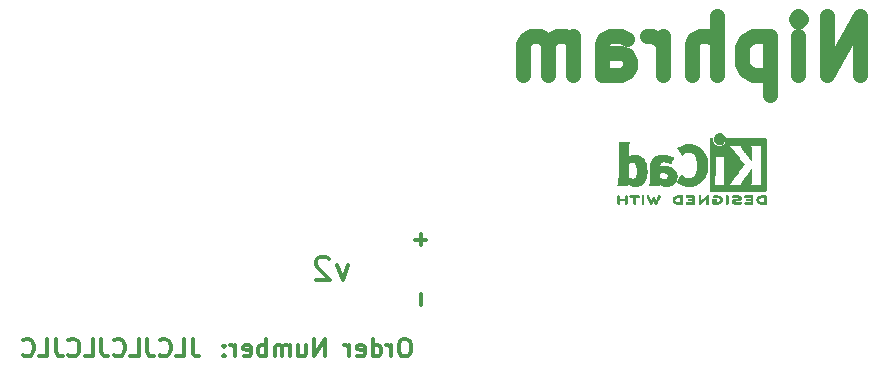
<source format=gbr>
%TF.GenerationSoftware,KiCad,Pcbnew,(5.1.6)-1*%
%TF.CreationDate,2021-03-10T22:21:53+01:00*%
%TF.ProjectId,555_Dice,3535355f-4469-4636-952e-6b696361645f,rev?*%
%TF.SameCoordinates,Original*%
%TF.FileFunction,Legend,Bot*%
%TF.FilePolarity,Positive*%
%FSLAX46Y46*%
G04 Gerber Fmt 4.6, Leading zero omitted, Abs format (unit mm)*
G04 Created by KiCad (PCBNEW (5.1.6)-1) date 2021-03-10 22:21:53*
%MOMM*%
%LPD*%
G01*
G04 APERTURE LIST*
%ADD10C,0.317500*%
%ADD11C,0.300000*%
%ADD12C,1.250000*%
%ADD13C,0.010000*%
G04 APERTURE END LIST*
D10*
X115859285Y-80391190D02*
X115859285Y-81358809D01*
X115859285Y-75311190D02*
X115859285Y-76278809D01*
X115375476Y-75795000D02*
X116343095Y-75795000D01*
D11*
X109758571Y-77906428D02*
X109282380Y-79239761D01*
X108806190Y-77906428D01*
X108139523Y-77430238D02*
X108044285Y-77335000D01*
X107853809Y-77239761D01*
X107377619Y-77239761D01*
X107187142Y-77335000D01*
X107091904Y-77430238D01*
X106996666Y-77620714D01*
X106996666Y-77811190D01*
X107091904Y-78096904D01*
X108234761Y-79239761D01*
X106996666Y-79239761D01*
D12*
X153095714Y-61864404D02*
X153095714Y-56864404D01*
X150238571Y-61864404D01*
X150238571Y-56864404D01*
X147857619Y-61864404D02*
X147857619Y-58531071D01*
X147857619Y-56864404D02*
X148095714Y-57102500D01*
X147857619Y-57340595D01*
X147619523Y-57102500D01*
X147857619Y-56864404D01*
X147857619Y-57340595D01*
X145476666Y-58531071D02*
X145476666Y-63531071D01*
X145476666Y-58769166D02*
X145000476Y-58531071D01*
X144048095Y-58531071D01*
X143571904Y-58769166D01*
X143333809Y-59007261D01*
X143095714Y-59483452D01*
X143095714Y-60912023D01*
X143333809Y-61388214D01*
X143571904Y-61626309D01*
X144048095Y-61864404D01*
X145000476Y-61864404D01*
X145476666Y-61626309D01*
X140952857Y-61864404D02*
X140952857Y-56864404D01*
X138810000Y-61864404D02*
X138810000Y-59245357D01*
X139048095Y-58769166D01*
X139524285Y-58531071D01*
X140238571Y-58531071D01*
X140714761Y-58769166D01*
X140952857Y-59007261D01*
X136429047Y-61864404D02*
X136429047Y-58531071D01*
X136429047Y-59483452D02*
X136190952Y-59007261D01*
X135952857Y-58769166D01*
X135476666Y-58531071D01*
X135000476Y-58531071D01*
X131190952Y-61864404D02*
X131190952Y-59245357D01*
X131429047Y-58769166D01*
X131905238Y-58531071D01*
X132857619Y-58531071D01*
X133333809Y-58769166D01*
X131190952Y-61626309D02*
X131667142Y-61864404D01*
X132857619Y-61864404D01*
X133333809Y-61626309D01*
X133571904Y-61150119D01*
X133571904Y-60673928D01*
X133333809Y-60197738D01*
X132857619Y-59959642D01*
X131667142Y-59959642D01*
X131190952Y-59721547D01*
X128810000Y-61864404D02*
X128810000Y-58531071D01*
X128810000Y-59007261D02*
X128571904Y-58769166D01*
X128095714Y-58531071D01*
X127381428Y-58531071D01*
X126905238Y-58769166D01*
X126667142Y-59245357D01*
X126667142Y-61864404D01*
X126667142Y-59245357D02*
X126429047Y-58769166D01*
X125952857Y-58531071D01*
X125238571Y-58531071D01*
X124762380Y-58769166D01*
X124524285Y-59245357D01*
X124524285Y-61864404D01*
D11*
X114658571Y-84181071D02*
X114372857Y-84181071D01*
X114230000Y-84252500D01*
X114087142Y-84395357D01*
X114015714Y-84681071D01*
X114015714Y-85181071D01*
X114087142Y-85466785D01*
X114230000Y-85609642D01*
X114372857Y-85681071D01*
X114658571Y-85681071D01*
X114801428Y-85609642D01*
X114944285Y-85466785D01*
X115015714Y-85181071D01*
X115015714Y-84681071D01*
X114944285Y-84395357D01*
X114801428Y-84252500D01*
X114658571Y-84181071D01*
X113372857Y-85681071D02*
X113372857Y-84681071D01*
X113372857Y-84966785D02*
X113301428Y-84823928D01*
X113230000Y-84752500D01*
X113087142Y-84681071D01*
X112944285Y-84681071D01*
X111801428Y-85681071D02*
X111801428Y-84181071D01*
X111801428Y-85609642D02*
X111944285Y-85681071D01*
X112230000Y-85681071D01*
X112372857Y-85609642D01*
X112444285Y-85538214D01*
X112515714Y-85395357D01*
X112515714Y-84966785D01*
X112444285Y-84823928D01*
X112372857Y-84752500D01*
X112230000Y-84681071D01*
X111944285Y-84681071D01*
X111801428Y-84752500D01*
X110515714Y-85609642D02*
X110658571Y-85681071D01*
X110944285Y-85681071D01*
X111087142Y-85609642D01*
X111158571Y-85466785D01*
X111158571Y-84895357D01*
X111087142Y-84752500D01*
X110944285Y-84681071D01*
X110658571Y-84681071D01*
X110515714Y-84752500D01*
X110444285Y-84895357D01*
X110444285Y-85038214D01*
X111158571Y-85181071D01*
X109801428Y-85681071D02*
X109801428Y-84681071D01*
X109801428Y-84966785D02*
X109730000Y-84823928D01*
X109658571Y-84752500D01*
X109515714Y-84681071D01*
X109372857Y-84681071D01*
X107730000Y-85681071D02*
X107730000Y-84181071D01*
X106872857Y-85681071D01*
X106872857Y-84181071D01*
X105515714Y-84681071D02*
X105515714Y-85681071D01*
X106158571Y-84681071D02*
X106158571Y-85466785D01*
X106087142Y-85609642D01*
X105944285Y-85681071D01*
X105730000Y-85681071D01*
X105587142Y-85609642D01*
X105515714Y-85538214D01*
X104801428Y-85681071D02*
X104801428Y-84681071D01*
X104801428Y-84823928D02*
X104730000Y-84752500D01*
X104587142Y-84681071D01*
X104372857Y-84681071D01*
X104230000Y-84752500D01*
X104158571Y-84895357D01*
X104158571Y-85681071D01*
X104158571Y-84895357D02*
X104087142Y-84752500D01*
X103944285Y-84681071D01*
X103730000Y-84681071D01*
X103587142Y-84752500D01*
X103515714Y-84895357D01*
X103515714Y-85681071D01*
X102801428Y-85681071D02*
X102801428Y-84181071D01*
X102801428Y-84752500D02*
X102658571Y-84681071D01*
X102372857Y-84681071D01*
X102230000Y-84752500D01*
X102158571Y-84823928D01*
X102087142Y-84966785D01*
X102087142Y-85395357D01*
X102158571Y-85538214D01*
X102230000Y-85609642D01*
X102372857Y-85681071D01*
X102658571Y-85681071D01*
X102801428Y-85609642D01*
X100872857Y-85609642D02*
X101015714Y-85681071D01*
X101301428Y-85681071D01*
X101444285Y-85609642D01*
X101515714Y-85466785D01*
X101515714Y-84895357D01*
X101444285Y-84752500D01*
X101301428Y-84681071D01*
X101015714Y-84681071D01*
X100872857Y-84752500D01*
X100801428Y-84895357D01*
X100801428Y-85038214D01*
X101515714Y-85181071D01*
X100158571Y-85681071D02*
X100158571Y-84681071D01*
X100158571Y-84966785D02*
X100087142Y-84823928D01*
X100015714Y-84752500D01*
X99872857Y-84681071D01*
X99730000Y-84681071D01*
X99230000Y-85538214D02*
X99158571Y-85609642D01*
X99230000Y-85681071D01*
X99301428Y-85609642D01*
X99230000Y-85538214D01*
X99230000Y-85681071D01*
X99230000Y-84752500D02*
X99158571Y-84823928D01*
X99230000Y-84895357D01*
X99301428Y-84823928D01*
X99230000Y-84752500D01*
X99230000Y-84895357D01*
X96554285Y-84181071D02*
X96554285Y-85252500D01*
X96625714Y-85466785D01*
X96768571Y-85609642D01*
X96982857Y-85681071D01*
X97125714Y-85681071D01*
X95125714Y-85681071D02*
X95840000Y-85681071D01*
X95840000Y-84181071D01*
X93768571Y-85538214D02*
X93840000Y-85609642D01*
X94054285Y-85681071D01*
X94197142Y-85681071D01*
X94411428Y-85609642D01*
X94554285Y-85466785D01*
X94625714Y-85323928D01*
X94697142Y-85038214D01*
X94697142Y-84823928D01*
X94625714Y-84538214D01*
X94554285Y-84395357D01*
X94411428Y-84252500D01*
X94197142Y-84181071D01*
X94054285Y-84181071D01*
X93840000Y-84252500D01*
X93768571Y-84323928D01*
X92697142Y-84181071D02*
X92697142Y-85252500D01*
X92768571Y-85466785D01*
X92911428Y-85609642D01*
X93125714Y-85681071D01*
X93268571Y-85681071D01*
X91268571Y-85681071D02*
X91982857Y-85681071D01*
X91982857Y-84181071D01*
X89911428Y-85538214D02*
X89982857Y-85609642D01*
X90197142Y-85681071D01*
X90340000Y-85681071D01*
X90554285Y-85609642D01*
X90697142Y-85466785D01*
X90768571Y-85323928D01*
X90840000Y-85038214D01*
X90840000Y-84823928D01*
X90768571Y-84538214D01*
X90697142Y-84395357D01*
X90554285Y-84252500D01*
X90340000Y-84181071D01*
X90197142Y-84181071D01*
X89982857Y-84252500D01*
X89911428Y-84323928D01*
X88840000Y-84181071D02*
X88840000Y-85252500D01*
X88911428Y-85466785D01*
X89054285Y-85609642D01*
X89268571Y-85681071D01*
X89411428Y-85681071D01*
X87411428Y-85681071D02*
X88125714Y-85681071D01*
X88125714Y-84181071D01*
X86054285Y-85538214D02*
X86125714Y-85609642D01*
X86340000Y-85681071D01*
X86482857Y-85681071D01*
X86697142Y-85609642D01*
X86840000Y-85466785D01*
X86911428Y-85323928D01*
X86982857Y-85038214D01*
X86982857Y-84823928D01*
X86911428Y-84538214D01*
X86840000Y-84395357D01*
X86697142Y-84252500D01*
X86482857Y-84181071D01*
X86340000Y-84181071D01*
X86125714Y-84252500D01*
X86054285Y-84323928D01*
X84982857Y-84181071D02*
X84982857Y-85252500D01*
X85054285Y-85466785D01*
X85197142Y-85609642D01*
X85411428Y-85681071D01*
X85554285Y-85681071D01*
X83554285Y-85681071D02*
X84268571Y-85681071D01*
X84268571Y-84181071D01*
X82197142Y-85538214D02*
X82268571Y-85609642D01*
X82482857Y-85681071D01*
X82625714Y-85681071D01*
X82839999Y-85609642D01*
X82982857Y-85466785D01*
X83054285Y-85323928D01*
X83125714Y-85038214D01*
X83125714Y-84823928D01*
X83054285Y-84538214D01*
X82982857Y-84395357D01*
X82839999Y-84252500D01*
X82625714Y-84181071D01*
X82482857Y-84181071D01*
X82268571Y-84252500D01*
X82197142Y-84323928D01*
D13*
%TO.C,REF\u002A\u002A*%
G36*
X132581177Y-72037033D02*
G01*
X132549798Y-72059276D01*
X132522089Y-72086985D01*
X132522089Y-72396420D01*
X132522162Y-72488299D01*
X132522505Y-72560340D01*
X132523308Y-72615280D01*
X132524759Y-72655860D01*
X132527048Y-72684817D01*
X132530364Y-72704891D01*
X132534895Y-72718821D01*
X132540831Y-72729345D01*
X132545486Y-72735600D01*
X132576217Y-72760173D01*
X132611504Y-72762841D01*
X132643755Y-72747771D01*
X132654412Y-72738874D01*
X132661536Y-72727057D01*
X132665833Y-72708026D01*
X132668009Y-72677492D01*
X132668772Y-72631162D01*
X132668845Y-72595371D01*
X132668845Y-72460545D01*
X133165556Y-72460545D01*
X133165556Y-72583200D01*
X133166069Y-72639287D01*
X133168124Y-72677833D01*
X133172492Y-72703861D01*
X133179944Y-72722397D01*
X133188953Y-72735600D01*
X133219856Y-72760104D01*
X133254804Y-72763006D01*
X133288262Y-72745589D01*
X133297396Y-72736459D01*
X133303848Y-72724355D01*
X133308103Y-72705501D01*
X133310648Y-72676120D01*
X133311971Y-72632437D01*
X133312557Y-72570675D01*
X133312625Y-72556500D01*
X133313109Y-72440131D01*
X133313359Y-72344227D01*
X133313277Y-72266677D01*
X133312769Y-72205369D01*
X133311738Y-72158190D01*
X133310087Y-72123030D01*
X133307721Y-72097776D01*
X133304543Y-72080317D01*
X133300456Y-72068541D01*
X133295366Y-72060335D01*
X133289734Y-72054145D01*
X133257872Y-72034344D01*
X133224643Y-72037033D01*
X133193265Y-72059276D01*
X133180567Y-72073626D01*
X133172474Y-72089478D01*
X133167958Y-72112054D01*
X133165994Y-72146578D01*
X133165556Y-72198276D01*
X133165556Y-72313789D01*
X132668845Y-72313789D01*
X132668845Y-72195256D01*
X132668338Y-72140648D01*
X132666302Y-72103775D01*
X132661965Y-72079807D01*
X132654553Y-72063915D01*
X132646267Y-72054145D01*
X132614406Y-72034344D01*
X132581177Y-72037033D01*
G37*
X132581177Y-72037033D02*
X132549798Y-72059276D01*
X132522089Y-72086985D01*
X132522089Y-72396420D01*
X132522162Y-72488299D01*
X132522505Y-72560340D01*
X132523308Y-72615280D01*
X132524759Y-72655860D01*
X132527048Y-72684817D01*
X132530364Y-72704891D01*
X132534895Y-72718821D01*
X132540831Y-72729345D01*
X132545486Y-72735600D01*
X132576217Y-72760173D01*
X132611504Y-72762841D01*
X132643755Y-72747771D01*
X132654412Y-72738874D01*
X132661536Y-72727057D01*
X132665833Y-72708026D01*
X132668009Y-72677492D01*
X132668772Y-72631162D01*
X132668845Y-72595371D01*
X132668845Y-72460545D01*
X133165556Y-72460545D01*
X133165556Y-72583200D01*
X133166069Y-72639287D01*
X133168124Y-72677833D01*
X133172492Y-72703861D01*
X133179944Y-72722397D01*
X133188953Y-72735600D01*
X133219856Y-72760104D01*
X133254804Y-72763006D01*
X133288262Y-72745589D01*
X133297396Y-72736459D01*
X133303848Y-72724355D01*
X133308103Y-72705501D01*
X133310648Y-72676120D01*
X133311971Y-72632437D01*
X133312557Y-72570675D01*
X133312625Y-72556500D01*
X133313109Y-72440131D01*
X133313359Y-72344227D01*
X133313277Y-72266677D01*
X133312769Y-72205369D01*
X133311738Y-72158190D01*
X133310087Y-72123030D01*
X133307721Y-72097776D01*
X133304543Y-72080317D01*
X133300456Y-72068541D01*
X133295366Y-72060335D01*
X133289734Y-72054145D01*
X133257872Y-72034344D01*
X133224643Y-72037033D01*
X133193265Y-72059276D01*
X133180567Y-72073626D01*
X133172474Y-72089478D01*
X133167958Y-72112054D01*
X133165994Y-72146578D01*
X133165556Y-72198276D01*
X133165556Y-72313789D01*
X132668845Y-72313789D01*
X132668845Y-72195256D01*
X132668338Y-72140648D01*
X132666302Y-72103775D01*
X132661965Y-72079807D01*
X132654553Y-72063915D01*
X132646267Y-72054145D01*
X132614406Y-72034344D01*
X132581177Y-72037033D01*
G36*
X133846935Y-72031663D02*
G01*
X133768228Y-72032042D01*
X133707137Y-72032833D01*
X133661183Y-72034170D01*
X133627886Y-72036183D01*
X133604764Y-72039006D01*
X133589338Y-72042769D01*
X133579129Y-72047605D01*
X133574187Y-72051322D01*
X133548543Y-72083858D01*
X133545441Y-72117638D01*
X133561289Y-72148326D01*
X133571652Y-72160589D01*
X133582804Y-72168950D01*
X133598965Y-72174157D01*
X133624358Y-72176957D01*
X133663202Y-72178096D01*
X133719720Y-72178321D01*
X133730820Y-72178322D01*
X133876756Y-72178322D01*
X133876756Y-72449256D01*
X133876852Y-72534654D01*
X133877289Y-72600364D01*
X133878288Y-72649274D01*
X133880072Y-72684273D01*
X133882863Y-72708249D01*
X133886883Y-72724093D01*
X133892355Y-72734691D01*
X133899334Y-72742767D01*
X133932266Y-72762612D01*
X133966646Y-72761048D01*
X133997824Y-72738406D01*
X134000114Y-72735600D01*
X134007571Y-72724992D01*
X134013253Y-72712581D01*
X134017399Y-72695350D01*
X134020250Y-72670284D01*
X134022046Y-72634367D01*
X134023028Y-72584583D01*
X134023436Y-72517917D01*
X134023511Y-72442089D01*
X134023511Y-72178322D01*
X134162873Y-72178322D01*
X134222678Y-72177918D01*
X134264082Y-72176340D01*
X134291252Y-72173047D01*
X134308354Y-72167492D01*
X134319557Y-72159131D01*
X134320917Y-72157678D01*
X134337275Y-72124439D01*
X134335828Y-72086862D01*
X134317022Y-72054145D01*
X134309750Y-72047798D01*
X134300373Y-72042766D01*
X134286391Y-72038896D01*
X134265304Y-72036037D01*
X134234611Y-72034035D01*
X134191811Y-72032739D01*
X134134405Y-72031998D01*
X134059890Y-72031658D01*
X133965767Y-72031568D01*
X133945740Y-72031567D01*
X133846935Y-72031663D01*
G37*
X133846935Y-72031663D02*
X133768228Y-72032042D01*
X133707137Y-72032833D01*
X133661183Y-72034170D01*
X133627886Y-72036183D01*
X133604764Y-72039006D01*
X133589338Y-72042769D01*
X133579129Y-72047605D01*
X133574187Y-72051322D01*
X133548543Y-72083858D01*
X133545441Y-72117638D01*
X133561289Y-72148326D01*
X133571652Y-72160589D01*
X133582804Y-72168950D01*
X133598965Y-72174157D01*
X133624358Y-72176957D01*
X133663202Y-72178096D01*
X133719720Y-72178321D01*
X133730820Y-72178322D01*
X133876756Y-72178322D01*
X133876756Y-72449256D01*
X133876852Y-72534654D01*
X133877289Y-72600364D01*
X133878288Y-72649274D01*
X133880072Y-72684273D01*
X133882863Y-72708249D01*
X133886883Y-72724093D01*
X133892355Y-72734691D01*
X133899334Y-72742767D01*
X133932266Y-72762612D01*
X133966646Y-72761048D01*
X133997824Y-72738406D01*
X134000114Y-72735600D01*
X134007571Y-72724992D01*
X134013253Y-72712581D01*
X134017399Y-72695350D01*
X134020250Y-72670284D01*
X134022046Y-72634367D01*
X134023028Y-72584583D01*
X134023436Y-72517917D01*
X134023511Y-72442089D01*
X134023511Y-72178322D01*
X134162873Y-72178322D01*
X134222678Y-72177918D01*
X134264082Y-72176340D01*
X134291252Y-72173047D01*
X134308354Y-72167492D01*
X134319557Y-72159131D01*
X134320917Y-72157678D01*
X134337275Y-72124439D01*
X134335828Y-72086862D01*
X134317022Y-72054145D01*
X134309750Y-72047798D01*
X134300373Y-72042766D01*
X134286391Y-72038896D01*
X134265304Y-72036037D01*
X134234611Y-72034035D01*
X134191811Y-72032739D01*
X134134405Y-72031998D01*
X134059890Y-72031658D01*
X133965767Y-72031568D01*
X133945740Y-72031567D01*
X133846935Y-72031663D01*
G36*
X134621386Y-72038377D02*
G01*
X134597673Y-72053147D01*
X134571022Y-72074727D01*
X134571022Y-72396273D01*
X134571107Y-72490330D01*
X134571471Y-72564432D01*
X134572276Y-72621204D01*
X134573687Y-72663268D01*
X134575867Y-72693248D01*
X134578979Y-72713767D01*
X134583186Y-72727449D01*
X134588652Y-72736916D01*
X134592528Y-72741582D01*
X134623966Y-72762075D01*
X134659767Y-72761239D01*
X134691127Y-72743764D01*
X134717778Y-72722184D01*
X134717778Y-72074727D01*
X134691127Y-72053147D01*
X134665406Y-72037449D01*
X134644400Y-72031567D01*
X134621386Y-72038377D01*
G37*
X134621386Y-72038377D02*
X134597673Y-72053147D01*
X134571022Y-72074727D01*
X134571022Y-72396273D01*
X134571107Y-72490330D01*
X134571471Y-72564432D01*
X134572276Y-72621204D01*
X134573687Y-72663268D01*
X134575867Y-72693248D01*
X134578979Y-72713767D01*
X134583186Y-72727449D01*
X134588652Y-72736916D01*
X134592528Y-72741582D01*
X134623966Y-72762075D01*
X134659767Y-72761239D01*
X134691127Y-72743764D01*
X134717778Y-72722184D01*
X134717778Y-72074727D01*
X134691127Y-72053147D01*
X134665406Y-72037449D01*
X134644400Y-72031567D01*
X134621386Y-72038377D01*
G36*
X135065335Y-72033534D02*
G01*
X135045745Y-72040535D01*
X135044990Y-72040877D01*
X135018387Y-72061178D01*
X135003730Y-72082061D01*
X135000862Y-72091852D01*
X135001004Y-72104861D01*
X135005039Y-72123395D01*
X135013854Y-72149757D01*
X135028331Y-72186252D01*
X135049355Y-72235187D01*
X135077812Y-72298865D01*
X135114585Y-72379593D01*
X135134825Y-72423716D01*
X135171375Y-72502485D01*
X135205685Y-72574923D01*
X135236448Y-72638380D01*
X135262352Y-72690208D01*
X135282090Y-72727759D01*
X135294350Y-72748384D01*
X135296776Y-72751233D01*
X135327817Y-72763802D01*
X135362879Y-72762119D01*
X135391000Y-72746832D01*
X135392146Y-72745589D01*
X135403332Y-72728654D01*
X135422096Y-72695670D01*
X135446125Y-72650880D01*
X135473103Y-72598532D01*
X135482799Y-72579242D01*
X135555986Y-72432650D01*
X135635760Y-72591893D01*
X135664233Y-72646915D01*
X135690650Y-72694632D01*
X135712852Y-72731393D01*
X135728681Y-72753544D01*
X135734046Y-72758241D01*
X135775743Y-72764602D01*
X135810151Y-72751233D01*
X135820272Y-72736946D01*
X135837786Y-72705192D01*
X135861265Y-72659097D01*
X135889280Y-72601785D01*
X135920401Y-72536380D01*
X135953201Y-72466007D01*
X135986250Y-72393791D01*
X136018119Y-72322855D01*
X136047381Y-72256325D01*
X136072605Y-72197326D01*
X136092364Y-72148981D01*
X136105228Y-72114415D01*
X136109769Y-72096753D01*
X136109723Y-72096113D01*
X136098674Y-72073888D01*
X136076590Y-72051253D01*
X136075290Y-72050268D01*
X136048147Y-72034925D01*
X136023042Y-72035074D01*
X136013632Y-72037966D01*
X136002166Y-72044218D01*
X135989990Y-72056514D01*
X135975643Y-72077408D01*
X135957664Y-72109449D01*
X135934593Y-72155188D01*
X135904970Y-72217177D01*
X135878255Y-72274398D01*
X135847520Y-72340726D01*
X135819979Y-72400374D01*
X135797062Y-72450225D01*
X135780202Y-72487164D01*
X135770827Y-72508073D01*
X135769460Y-72511345D01*
X135763311Y-72505997D01*
X135749178Y-72483609D01*
X135728943Y-72447446D01*
X135704485Y-72400777D01*
X135694752Y-72381522D01*
X135661783Y-72316504D01*
X135636357Y-72269154D01*
X135616388Y-72236719D01*
X135599790Y-72216446D01*
X135584476Y-72205582D01*
X135568360Y-72201375D01*
X135557857Y-72200900D01*
X135539330Y-72202542D01*
X135523096Y-72209331D01*
X135506965Y-72224066D01*
X135488749Y-72249544D01*
X135466261Y-72288561D01*
X135437311Y-72343914D01*
X135421338Y-72375403D01*
X135395430Y-72425587D01*
X135372833Y-72467204D01*
X135355542Y-72496742D01*
X135345550Y-72510689D01*
X135344191Y-72511270D01*
X135337739Y-72500293D01*
X135323292Y-72471790D01*
X135302297Y-72428744D01*
X135276203Y-72374138D01*
X135246454Y-72310954D01*
X135231820Y-72279571D01*
X135193750Y-72198578D01*
X135163095Y-72136256D01*
X135138263Y-72090571D01*
X135117663Y-72059489D01*
X135099702Y-72040978D01*
X135082790Y-72033004D01*
X135065335Y-72033534D01*
G37*
X135065335Y-72033534D02*
X135045745Y-72040535D01*
X135044990Y-72040877D01*
X135018387Y-72061178D01*
X135003730Y-72082061D01*
X135000862Y-72091852D01*
X135001004Y-72104861D01*
X135005039Y-72123395D01*
X135013854Y-72149757D01*
X135028331Y-72186252D01*
X135049355Y-72235187D01*
X135077812Y-72298865D01*
X135114585Y-72379593D01*
X135134825Y-72423716D01*
X135171375Y-72502485D01*
X135205685Y-72574923D01*
X135236448Y-72638380D01*
X135262352Y-72690208D01*
X135282090Y-72727759D01*
X135294350Y-72748384D01*
X135296776Y-72751233D01*
X135327817Y-72763802D01*
X135362879Y-72762119D01*
X135391000Y-72746832D01*
X135392146Y-72745589D01*
X135403332Y-72728654D01*
X135422096Y-72695670D01*
X135446125Y-72650880D01*
X135473103Y-72598532D01*
X135482799Y-72579242D01*
X135555986Y-72432650D01*
X135635760Y-72591893D01*
X135664233Y-72646915D01*
X135690650Y-72694632D01*
X135712852Y-72731393D01*
X135728681Y-72753544D01*
X135734046Y-72758241D01*
X135775743Y-72764602D01*
X135810151Y-72751233D01*
X135820272Y-72736946D01*
X135837786Y-72705192D01*
X135861265Y-72659097D01*
X135889280Y-72601785D01*
X135920401Y-72536380D01*
X135953201Y-72466007D01*
X135986250Y-72393791D01*
X136018119Y-72322855D01*
X136047381Y-72256325D01*
X136072605Y-72197326D01*
X136092364Y-72148981D01*
X136105228Y-72114415D01*
X136109769Y-72096753D01*
X136109723Y-72096113D01*
X136098674Y-72073888D01*
X136076590Y-72051253D01*
X136075290Y-72050268D01*
X136048147Y-72034925D01*
X136023042Y-72035074D01*
X136013632Y-72037966D01*
X136002166Y-72044218D01*
X135989990Y-72056514D01*
X135975643Y-72077408D01*
X135957664Y-72109449D01*
X135934593Y-72155188D01*
X135904970Y-72217177D01*
X135878255Y-72274398D01*
X135847520Y-72340726D01*
X135819979Y-72400374D01*
X135797062Y-72450225D01*
X135780202Y-72487164D01*
X135770827Y-72508073D01*
X135769460Y-72511345D01*
X135763311Y-72505997D01*
X135749178Y-72483609D01*
X135728943Y-72447446D01*
X135704485Y-72400777D01*
X135694752Y-72381522D01*
X135661783Y-72316504D01*
X135636357Y-72269154D01*
X135616388Y-72236719D01*
X135599790Y-72216446D01*
X135584476Y-72205582D01*
X135568360Y-72201375D01*
X135557857Y-72200900D01*
X135539330Y-72202542D01*
X135523096Y-72209331D01*
X135506965Y-72224066D01*
X135488749Y-72249544D01*
X135466261Y-72288561D01*
X135437311Y-72343914D01*
X135421338Y-72375403D01*
X135395430Y-72425587D01*
X135372833Y-72467204D01*
X135355542Y-72496742D01*
X135345550Y-72510689D01*
X135344191Y-72511270D01*
X135337739Y-72500293D01*
X135323292Y-72471790D01*
X135302297Y-72428744D01*
X135276203Y-72374138D01*
X135246454Y-72310954D01*
X135231820Y-72279571D01*
X135193750Y-72198578D01*
X135163095Y-72136256D01*
X135138263Y-72090571D01*
X135117663Y-72059489D01*
X135099702Y-72040978D01*
X135082790Y-72033004D01*
X135065335Y-72033534D01*
G36*
X137791691Y-72031775D02*
G01*
X137662712Y-72036136D01*
X137553009Y-72049361D01*
X137460774Y-72072241D01*
X137384198Y-72105570D01*
X137321473Y-72150138D01*
X137270788Y-72206736D01*
X137230337Y-72276158D01*
X137229541Y-72277851D01*
X137205399Y-72339983D01*
X137196797Y-72395009D01*
X137203769Y-72450387D01*
X137226346Y-72513573D01*
X137230628Y-72523189D01*
X137259828Y-72579466D01*
X137292644Y-72622951D01*
X137334998Y-72659917D01*
X137392810Y-72696635D01*
X137396169Y-72698552D01*
X137446496Y-72722727D01*
X137503379Y-72740782D01*
X137570473Y-72753339D01*
X137651435Y-72761022D01*
X137749918Y-72764453D01*
X137784714Y-72764751D01*
X137950406Y-72765345D01*
X137973803Y-72735600D01*
X137980743Y-72725819D01*
X137986158Y-72714397D01*
X137990235Y-72698595D01*
X137993163Y-72675675D01*
X137995133Y-72642896D01*
X137995775Y-72618589D01*
X137839156Y-72618589D01*
X137745274Y-72618589D01*
X137690336Y-72616983D01*
X137633940Y-72612755D01*
X137587655Y-72606792D01*
X137584861Y-72606290D01*
X137502652Y-72584236D01*
X137438886Y-72551100D01*
X137391548Y-72505347D01*
X137358618Y-72445439D01*
X137352892Y-72429561D01*
X137347279Y-72404833D01*
X137349709Y-72380402D01*
X137361533Y-72347900D01*
X137368660Y-72331934D01*
X137392000Y-72289506D01*
X137420120Y-72259740D01*
X137451060Y-72239011D01*
X137513034Y-72212037D01*
X137592349Y-72192498D01*
X137684747Y-72181246D01*
X137751667Y-72178770D01*
X137839156Y-72178322D01*
X137839156Y-72618589D01*
X137995775Y-72618589D01*
X137996332Y-72597521D01*
X137996950Y-72536811D01*
X137997175Y-72458026D01*
X137997200Y-72396420D01*
X137997200Y-72086985D01*
X137969491Y-72059276D01*
X137957194Y-72048044D01*
X137943897Y-72040353D01*
X137925328Y-72035540D01*
X137897214Y-72032946D01*
X137855283Y-72031910D01*
X137795263Y-72031770D01*
X137791691Y-72031775D01*
G37*
X137791691Y-72031775D02*
X137662712Y-72036136D01*
X137553009Y-72049361D01*
X137460774Y-72072241D01*
X137384198Y-72105570D01*
X137321473Y-72150138D01*
X137270788Y-72206736D01*
X137230337Y-72276158D01*
X137229541Y-72277851D01*
X137205399Y-72339983D01*
X137196797Y-72395009D01*
X137203769Y-72450387D01*
X137226346Y-72513573D01*
X137230628Y-72523189D01*
X137259828Y-72579466D01*
X137292644Y-72622951D01*
X137334998Y-72659917D01*
X137392810Y-72696635D01*
X137396169Y-72698552D01*
X137446496Y-72722727D01*
X137503379Y-72740782D01*
X137570473Y-72753339D01*
X137651435Y-72761022D01*
X137749918Y-72764453D01*
X137784714Y-72764751D01*
X137950406Y-72765345D01*
X137973803Y-72735600D01*
X137980743Y-72725819D01*
X137986158Y-72714397D01*
X137990235Y-72698595D01*
X137993163Y-72675675D01*
X137995133Y-72642896D01*
X137995775Y-72618589D01*
X137839156Y-72618589D01*
X137745274Y-72618589D01*
X137690336Y-72616983D01*
X137633940Y-72612755D01*
X137587655Y-72606792D01*
X137584861Y-72606290D01*
X137502652Y-72584236D01*
X137438886Y-72551100D01*
X137391548Y-72505347D01*
X137358618Y-72445439D01*
X137352892Y-72429561D01*
X137347279Y-72404833D01*
X137349709Y-72380402D01*
X137361533Y-72347900D01*
X137368660Y-72331934D01*
X137392000Y-72289506D01*
X137420120Y-72259740D01*
X137451060Y-72239011D01*
X137513034Y-72212037D01*
X137592349Y-72192498D01*
X137684747Y-72181246D01*
X137751667Y-72178770D01*
X137839156Y-72178322D01*
X137839156Y-72618589D01*
X137995775Y-72618589D01*
X137996332Y-72597521D01*
X137996950Y-72536811D01*
X137997175Y-72458026D01*
X137997200Y-72396420D01*
X137997200Y-72086985D01*
X137969491Y-72059276D01*
X137957194Y-72048044D01*
X137943897Y-72040353D01*
X137925328Y-72035540D01*
X137897214Y-72032946D01*
X137855283Y-72031910D01*
X137795263Y-72031770D01*
X137791691Y-72031775D01*
G36*
X138579657Y-72031760D02*
G01*
X138503299Y-72032674D01*
X138444783Y-72034811D01*
X138401745Y-72038675D01*
X138371817Y-72044767D01*
X138352632Y-72053590D01*
X138341824Y-72065646D01*
X138337027Y-72081439D01*
X138335873Y-72101470D01*
X138335867Y-72103835D01*
X138336869Y-72126492D01*
X138341604Y-72144003D01*
X138352667Y-72157074D01*
X138372652Y-72166413D01*
X138404154Y-72172727D01*
X138449768Y-72176722D01*
X138512087Y-72179106D01*
X138593707Y-72180586D01*
X138618723Y-72180914D01*
X138860800Y-72183967D01*
X138864186Y-72248878D01*
X138867571Y-72313789D01*
X138699424Y-72313789D01*
X138633734Y-72314031D01*
X138586828Y-72315056D01*
X138554917Y-72317311D01*
X138534209Y-72321242D01*
X138520916Y-72327298D01*
X138511245Y-72335924D01*
X138511183Y-72335993D01*
X138493644Y-72369612D01*
X138494278Y-72405948D01*
X138512686Y-72436923D01*
X138516329Y-72440107D01*
X138529259Y-72448312D01*
X138546976Y-72454021D01*
X138573430Y-72457662D01*
X138612568Y-72459667D01*
X138668338Y-72460464D01*
X138704006Y-72460545D01*
X138866445Y-72460545D01*
X138866445Y-72618589D01*
X138619839Y-72618589D01*
X138538420Y-72618731D01*
X138476590Y-72619314D01*
X138431363Y-72620568D01*
X138399752Y-72622727D01*
X138378769Y-72626023D01*
X138365427Y-72630689D01*
X138356739Y-72636957D01*
X138354550Y-72639233D01*
X138338386Y-72670780D01*
X138337203Y-72706668D01*
X138350464Y-72737785D01*
X138360957Y-72747771D01*
X138371871Y-72753269D01*
X138388783Y-72757522D01*
X138414367Y-72760680D01*
X138451299Y-72762892D01*
X138502254Y-72764306D01*
X138569906Y-72765072D01*
X138656931Y-72765338D01*
X138676606Y-72765345D01*
X138765089Y-72765287D01*
X138833773Y-72764967D01*
X138885436Y-72764167D01*
X138922855Y-72762667D01*
X138948810Y-72760249D01*
X138966078Y-72756694D01*
X138977438Y-72751782D01*
X138985668Y-72745295D01*
X138990183Y-72740638D01*
X138996979Y-72732389D01*
X139002288Y-72722169D01*
X139006294Y-72707300D01*
X139009179Y-72685102D01*
X139011126Y-72652893D01*
X139012319Y-72607996D01*
X139012939Y-72547728D01*
X139013171Y-72469411D01*
X139013200Y-72403494D01*
X139013129Y-72311128D01*
X139012792Y-72238617D01*
X139012002Y-72183237D01*
X139010574Y-72142265D01*
X139008321Y-72112978D01*
X139005057Y-72092653D01*
X139000596Y-72078566D01*
X138994752Y-72067995D01*
X138989803Y-72061311D01*
X138966406Y-72031567D01*
X138676226Y-72031567D01*
X138579657Y-72031760D01*
G37*
X138579657Y-72031760D02*
X138503299Y-72032674D01*
X138444783Y-72034811D01*
X138401745Y-72038675D01*
X138371817Y-72044767D01*
X138352632Y-72053590D01*
X138341824Y-72065646D01*
X138337027Y-72081439D01*
X138335873Y-72101470D01*
X138335867Y-72103835D01*
X138336869Y-72126492D01*
X138341604Y-72144003D01*
X138352667Y-72157074D01*
X138372652Y-72166413D01*
X138404154Y-72172727D01*
X138449768Y-72176722D01*
X138512087Y-72179106D01*
X138593707Y-72180586D01*
X138618723Y-72180914D01*
X138860800Y-72183967D01*
X138864186Y-72248878D01*
X138867571Y-72313789D01*
X138699424Y-72313789D01*
X138633734Y-72314031D01*
X138586828Y-72315056D01*
X138554917Y-72317311D01*
X138534209Y-72321242D01*
X138520916Y-72327298D01*
X138511245Y-72335924D01*
X138511183Y-72335993D01*
X138493644Y-72369612D01*
X138494278Y-72405948D01*
X138512686Y-72436923D01*
X138516329Y-72440107D01*
X138529259Y-72448312D01*
X138546976Y-72454021D01*
X138573430Y-72457662D01*
X138612568Y-72459667D01*
X138668338Y-72460464D01*
X138704006Y-72460545D01*
X138866445Y-72460545D01*
X138866445Y-72618589D01*
X138619839Y-72618589D01*
X138538420Y-72618731D01*
X138476590Y-72619314D01*
X138431363Y-72620568D01*
X138399752Y-72622727D01*
X138378769Y-72626023D01*
X138365427Y-72630689D01*
X138356739Y-72636957D01*
X138354550Y-72639233D01*
X138338386Y-72670780D01*
X138337203Y-72706668D01*
X138350464Y-72737785D01*
X138360957Y-72747771D01*
X138371871Y-72753269D01*
X138388783Y-72757522D01*
X138414367Y-72760680D01*
X138451299Y-72762892D01*
X138502254Y-72764306D01*
X138569906Y-72765072D01*
X138656931Y-72765338D01*
X138676606Y-72765345D01*
X138765089Y-72765287D01*
X138833773Y-72764967D01*
X138885436Y-72764167D01*
X138922855Y-72762667D01*
X138948810Y-72760249D01*
X138966078Y-72756694D01*
X138977438Y-72751782D01*
X138985668Y-72745295D01*
X138990183Y-72740638D01*
X138996979Y-72732389D01*
X139002288Y-72722169D01*
X139006294Y-72707300D01*
X139009179Y-72685102D01*
X139011126Y-72652893D01*
X139012319Y-72607996D01*
X139012939Y-72547728D01*
X139013171Y-72469411D01*
X139013200Y-72403494D01*
X139013129Y-72311128D01*
X139012792Y-72238617D01*
X139012002Y-72183237D01*
X139010574Y-72142265D01*
X139008321Y-72112978D01*
X139005057Y-72092653D01*
X139000596Y-72078566D01*
X138994752Y-72067995D01*
X138989803Y-72061311D01*
X138966406Y-72031567D01*
X138676226Y-72031567D01*
X138579657Y-72031760D01*
G36*
X140110114Y-72035948D02*
G01*
X140086548Y-72049773D01*
X140055735Y-72072381D01*
X140016078Y-72104838D01*
X139965980Y-72148208D01*
X139903843Y-72203558D01*
X139828072Y-72271951D01*
X139741334Y-72350584D01*
X139560711Y-72514378D01*
X139555067Y-72294529D01*
X139553029Y-72218851D01*
X139551063Y-72162494D01*
X139548734Y-72122206D01*
X139545606Y-72094735D01*
X139541245Y-72076829D01*
X139535216Y-72065237D01*
X139527084Y-72056708D01*
X139522772Y-72053123D01*
X139488241Y-72034170D01*
X139455383Y-72036941D01*
X139429318Y-72053133D01*
X139402667Y-72074699D01*
X139399352Y-72389651D01*
X139398435Y-72482279D01*
X139397968Y-72555044D01*
X139398113Y-72610661D01*
X139399032Y-72651842D01*
X139400887Y-72681303D01*
X139403839Y-72701755D01*
X139408050Y-72715913D01*
X139413682Y-72726491D01*
X139419927Y-72734974D01*
X139433439Y-72750707D01*
X139446883Y-72761136D01*
X139462124Y-72765139D01*
X139481026Y-72761594D01*
X139505455Y-72749379D01*
X139537273Y-72727371D01*
X139578348Y-72694449D01*
X139630542Y-72649491D01*
X139695722Y-72591375D01*
X139769556Y-72524599D01*
X140034845Y-72283958D01*
X140040489Y-72503089D01*
X140042531Y-72578628D01*
X140044502Y-72634854D01*
X140046839Y-72675024D01*
X140049981Y-72702396D01*
X140054364Y-72720228D01*
X140060424Y-72731779D01*
X140068600Y-72740307D01*
X140072784Y-72743782D01*
X140109765Y-72762872D01*
X140144708Y-72759993D01*
X140175136Y-72735600D01*
X140182097Y-72725786D01*
X140187523Y-72714326D01*
X140191603Y-72698468D01*
X140194529Y-72675463D01*
X140196492Y-72642562D01*
X140197683Y-72597016D01*
X140198292Y-72536073D01*
X140198511Y-72456986D01*
X140198534Y-72398456D01*
X140198460Y-72306907D01*
X140198113Y-72235187D01*
X140197301Y-72180545D01*
X140195833Y-72140232D01*
X140193519Y-72111498D01*
X140190167Y-72091593D01*
X140185588Y-72077768D01*
X140179589Y-72067272D01*
X140175136Y-72061311D01*
X140163850Y-72047191D01*
X140153301Y-72036529D01*
X140141893Y-72030392D01*
X140128030Y-72029843D01*
X140110114Y-72035948D01*
G37*
X140110114Y-72035948D02*
X140086548Y-72049773D01*
X140055735Y-72072381D01*
X140016078Y-72104838D01*
X139965980Y-72148208D01*
X139903843Y-72203558D01*
X139828072Y-72271951D01*
X139741334Y-72350584D01*
X139560711Y-72514378D01*
X139555067Y-72294529D01*
X139553029Y-72218851D01*
X139551063Y-72162494D01*
X139548734Y-72122206D01*
X139545606Y-72094735D01*
X139541245Y-72076829D01*
X139535216Y-72065237D01*
X139527084Y-72056708D01*
X139522772Y-72053123D01*
X139488241Y-72034170D01*
X139455383Y-72036941D01*
X139429318Y-72053133D01*
X139402667Y-72074699D01*
X139399352Y-72389651D01*
X139398435Y-72482279D01*
X139397968Y-72555044D01*
X139398113Y-72610661D01*
X139399032Y-72651842D01*
X139400887Y-72681303D01*
X139403839Y-72701755D01*
X139408050Y-72715913D01*
X139413682Y-72726491D01*
X139419927Y-72734974D01*
X139433439Y-72750707D01*
X139446883Y-72761136D01*
X139462124Y-72765139D01*
X139481026Y-72761594D01*
X139505455Y-72749379D01*
X139537273Y-72727371D01*
X139578348Y-72694449D01*
X139630542Y-72649491D01*
X139695722Y-72591375D01*
X139769556Y-72524599D01*
X140034845Y-72283958D01*
X140040489Y-72503089D01*
X140042531Y-72578628D01*
X140044502Y-72634854D01*
X140046839Y-72675024D01*
X140049981Y-72702396D01*
X140054364Y-72720228D01*
X140060424Y-72731779D01*
X140068600Y-72740307D01*
X140072784Y-72743782D01*
X140109765Y-72762872D01*
X140144708Y-72759993D01*
X140175136Y-72735600D01*
X140182097Y-72725786D01*
X140187523Y-72714326D01*
X140191603Y-72698468D01*
X140194529Y-72675463D01*
X140196492Y-72642562D01*
X140197683Y-72597016D01*
X140198292Y-72536073D01*
X140198511Y-72456986D01*
X140198534Y-72398456D01*
X140198460Y-72306907D01*
X140198113Y-72235187D01*
X140197301Y-72180545D01*
X140195833Y-72140232D01*
X140193519Y-72111498D01*
X140190167Y-72091593D01*
X140185588Y-72077768D01*
X140179589Y-72067272D01*
X140175136Y-72061311D01*
X140163850Y-72047191D01*
X140153301Y-72036529D01*
X140141893Y-72030392D01*
X140128030Y-72029843D01*
X140110114Y-72035948D01*
G36*
X140760081Y-72037099D02*
G01*
X140691565Y-72048595D01*
X140638943Y-72066467D01*
X140604708Y-72089999D01*
X140595379Y-72103424D01*
X140585893Y-72134648D01*
X140592277Y-72162895D01*
X140612430Y-72189682D01*
X140643745Y-72202213D01*
X140689183Y-72201196D01*
X140724326Y-72194406D01*
X140802419Y-72181471D01*
X140882226Y-72180242D01*
X140971555Y-72190741D01*
X140996229Y-72195190D01*
X141079291Y-72218608D01*
X141144273Y-72253445D01*
X141190461Y-72299104D01*
X141217145Y-72354994D01*
X141222663Y-72383888D01*
X141219051Y-72442512D01*
X141195729Y-72494379D01*
X141154824Y-72538478D01*
X141098459Y-72573799D01*
X141028760Y-72599329D01*
X140947852Y-72614059D01*
X140857860Y-72616978D01*
X140760910Y-72607075D01*
X140755436Y-72606141D01*
X140716875Y-72598959D01*
X140695494Y-72592021D01*
X140686227Y-72581727D01*
X140684006Y-72564476D01*
X140683956Y-72555341D01*
X140683956Y-72516989D01*
X140752431Y-72516989D01*
X140812900Y-72512847D01*
X140854165Y-72499647D01*
X140878175Y-72476230D01*
X140886877Y-72441436D01*
X140886983Y-72436894D01*
X140881892Y-72407154D01*
X140864433Y-72385919D01*
X140831939Y-72371866D01*
X140781743Y-72363673D01*
X140733123Y-72360661D01*
X140662456Y-72358933D01*
X140611198Y-72361570D01*
X140576239Y-72371300D01*
X140554470Y-72390853D01*
X140542780Y-72422956D01*
X140538060Y-72470338D01*
X140537200Y-72532571D01*
X140538609Y-72602035D01*
X140542848Y-72649286D01*
X140549936Y-72674512D01*
X140551311Y-72676488D01*
X140590228Y-72708008D01*
X140647286Y-72732970D01*
X140718869Y-72750840D01*
X140801358Y-72761086D01*
X140891139Y-72763173D01*
X140984592Y-72756568D01*
X141039556Y-72748456D01*
X141125766Y-72724054D01*
X141205892Y-72684162D01*
X141272977Y-72632387D01*
X141283173Y-72622039D01*
X141316302Y-72578535D01*
X141346194Y-72524618D01*
X141369357Y-72468092D01*
X141382298Y-72416759D01*
X141383858Y-72397044D01*
X141377218Y-72355919D01*
X141359568Y-72304752D01*
X141334297Y-72250894D01*
X141304789Y-72201695D01*
X141278719Y-72168834D01*
X141217765Y-72119952D01*
X141138969Y-72081045D01*
X141045157Y-72052994D01*
X140939150Y-72036679D01*
X140842000Y-72032692D01*
X140760081Y-72037099D01*
G37*
X140760081Y-72037099D02*
X140691565Y-72048595D01*
X140638943Y-72066467D01*
X140604708Y-72089999D01*
X140595379Y-72103424D01*
X140585893Y-72134648D01*
X140592277Y-72162895D01*
X140612430Y-72189682D01*
X140643745Y-72202213D01*
X140689183Y-72201196D01*
X140724326Y-72194406D01*
X140802419Y-72181471D01*
X140882226Y-72180242D01*
X140971555Y-72190741D01*
X140996229Y-72195190D01*
X141079291Y-72218608D01*
X141144273Y-72253445D01*
X141190461Y-72299104D01*
X141217145Y-72354994D01*
X141222663Y-72383888D01*
X141219051Y-72442512D01*
X141195729Y-72494379D01*
X141154824Y-72538478D01*
X141098459Y-72573799D01*
X141028760Y-72599329D01*
X140947852Y-72614059D01*
X140857860Y-72616978D01*
X140760910Y-72607075D01*
X140755436Y-72606141D01*
X140716875Y-72598959D01*
X140695494Y-72592021D01*
X140686227Y-72581727D01*
X140684006Y-72564476D01*
X140683956Y-72555341D01*
X140683956Y-72516989D01*
X140752431Y-72516989D01*
X140812900Y-72512847D01*
X140854165Y-72499647D01*
X140878175Y-72476230D01*
X140886877Y-72441436D01*
X140886983Y-72436894D01*
X140881892Y-72407154D01*
X140864433Y-72385919D01*
X140831939Y-72371866D01*
X140781743Y-72363673D01*
X140733123Y-72360661D01*
X140662456Y-72358933D01*
X140611198Y-72361570D01*
X140576239Y-72371300D01*
X140554470Y-72390853D01*
X140542780Y-72422956D01*
X140538060Y-72470338D01*
X140537200Y-72532571D01*
X140538609Y-72602035D01*
X140542848Y-72649286D01*
X140549936Y-72674512D01*
X140551311Y-72676488D01*
X140590228Y-72708008D01*
X140647286Y-72732970D01*
X140718869Y-72750840D01*
X140801358Y-72761086D01*
X140891139Y-72763173D01*
X140984592Y-72756568D01*
X141039556Y-72748456D01*
X141125766Y-72724054D01*
X141205892Y-72684162D01*
X141272977Y-72632387D01*
X141283173Y-72622039D01*
X141316302Y-72578535D01*
X141346194Y-72524618D01*
X141369357Y-72468092D01*
X141382298Y-72416759D01*
X141383858Y-72397044D01*
X141377218Y-72355919D01*
X141359568Y-72304752D01*
X141334297Y-72250894D01*
X141304789Y-72201695D01*
X141278719Y-72168834D01*
X141217765Y-72119952D01*
X141138969Y-72081045D01*
X141045157Y-72052994D01*
X140939150Y-72036679D01*
X140842000Y-72032692D01*
X140760081Y-72037099D01*
G36*
X141733822Y-72054145D02*
G01*
X141727242Y-72061718D01*
X141722079Y-72071487D01*
X141718164Y-72086071D01*
X141715324Y-72108085D01*
X141713387Y-72140148D01*
X141712183Y-72184875D01*
X141711539Y-72244885D01*
X141711284Y-72322794D01*
X141711245Y-72398456D01*
X141711314Y-72492302D01*
X141711638Y-72566189D01*
X141712386Y-72622732D01*
X141713732Y-72664549D01*
X141715846Y-72694257D01*
X141718900Y-72714473D01*
X141723066Y-72727814D01*
X141728516Y-72736898D01*
X141733822Y-72742767D01*
X141766826Y-72762447D01*
X141801991Y-72760681D01*
X141833455Y-72739217D01*
X141840684Y-72730837D01*
X141846334Y-72721114D01*
X141850599Y-72707361D01*
X141853673Y-72686889D01*
X141855752Y-72657012D01*
X141857030Y-72615041D01*
X141857701Y-72558289D01*
X141857959Y-72484067D01*
X141858000Y-72400037D01*
X141858000Y-72086985D01*
X141830291Y-72059276D01*
X141796137Y-72035963D01*
X141763006Y-72035123D01*
X141733822Y-72054145D01*
G37*
X141733822Y-72054145D02*
X141727242Y-72061718D01*
X141722079Y-72071487D01*
X141718164Y-72086071D01*
X141715324Y-72108085D01*
X141713387Y-72140148D01*
X141712183Y-72184875D01*
X141711539Y-72244885D01*
X141711284Y-72322794D01*
X141711245Y-72398456D01*
X141711314Y-72492302D01*
X141711638Y-72566189D01*
X141712386Y-72622732D01*
X141713732Y-72664549D01*
X141715846Y-72694257D01*
X141718900Y-72714473D01*
X141723066Y-72727814D01*
X141728516Y-72736898D01*
X141733822Y-72742767D01*
X141766826Y-72762447D01*
X141801991Y-72760681D01*
X141833455Y-72739217D01*
X141840684Y-72730837D01*
X141846334Y-72721114D01*
X141850599Y-72707361D01*
X141853673Y-72686889D01*
X141855752Y-72657012D01*
X141857030Y-72615041D01*
X141857701Y-72558289D01*
X141857959Y-72484067D01*
X141858000Y-72400037D01*
X141858000Y-72086985D01*
X141830291Y-72059276D01*
X141796137Y-72035963D01*
X141763006Y-72035123D01*
X141733822Y-72054145D01*
G36*
X142501703Y-72032851D02*
G01*
X142426888Y-72038081D01*
X142357306Y-72046250D01*
X142297002Y-72057050D01*
X142250020Y-72070173D01*
X142220406Y-72085313D01*
X142215860Y-72089769D01*
X142200054Y-72124350D01*
X142204847Y-72159851D01*
X142229364Y-72190225D01*
X142230534Y-72191096D01*
X142244954Y-72200454D01*
X142260008Y-72205376D01*
X142281005Y-72205973D01*
X142313257Y-72202361D01*
X142362073Y-72194654D01*
X142366000Y-72194005D01*
X142438739Y-72185069D01*
X142517217Y-72180661D01*
X142595927Y-72180619D01*
X142669361Y-72184779D01*
X142732011Y-72192979D01*
X142778370Y-72205057D01*
X142781416Y-72206271D01*
X142815048Y-72225115D01*
X142826864Y-72244185D01*
X142817614Y-72262939D01*
X142788047Y-72280837D01*
X142738911Y-72297337D01*
X142670957Y-72311896D01*
X142625645Y-72318906D01*
X142531456Y-72332389D01*
X142456544Y-72344714D01*
X142397717Y-72356949D01*
X142351785Y-72370161D01*
X142315555Y-72385417D01*
X142285838Y-72403785D01*
X142259442Y-72426331D01*
X142238230Y-72448471D01*
X142213065Y-72479319D01*
X142200681Y-72505845D01*
X142196808Y-72538526D01*
X142196667Y-72550495D01*
X142199576Y-72590212D01*
X142211202Y-72619759D01*
X142231323Y-72645986D01*
X142272216Y-72686076D01*
X142317817Y-72716649D01*
X142371513Y-72738703D01*
X142436692Y-72753235D01*
X142516744Y-72761241D01*
X142615057Y-72763718D01*
X142631289Y-72763677D01*
X142696849Y-72762318D01*
X142761866Y-72759230D01*
X142819252Y-72754856D01*
X142861922Y-72749640D01*
X142865372Y-72749041D01*
X142907796Y-72738991D01*
X142943780Y-72726296D01*
X142964150Y-72714690D01*
X142983107Y-72684072D01*
X142984427Y-72648418D01*
X142968085Y-72616644D01*
X142964429Y-72613051D01*
X142949315Y-72602376D01*
X142930415Y-72597776D01*
X142901162Y-72598559D01*
X142865651Y-72602627D01*
X142825970Y-72606262D01*
X142770345Y-72609328D01*
X142705406Y-72611553D01*
X142637785Y-72612664D01*
X142620000Y-72612737D01*
X142552128Y-72612464D01*
X142502454Y-72611146D01*
X142466610Y-72608327D01*
X142440224Y-72603550D01*
X142418926Y-72596357D01*
X142406126Y-72590367D01*
X142378000Y-72573733D01*
X142360068Y-72558668D01*
X142357447Y-72554397D01*
X142362976Y-72536763D01*
X142389260Y-72519692D01*
X142434478Y-72503958D01*
X142496808Y-72490338D01*
X142515171Y-72487304D01*
X142611090Y-72472238D01*
X142687641Y-72459646D01*
X142747780Y-72448611D01*
X142794460Y-72438220D01*
X142830637Y-72427556D01*
X142859265Y-72415705D01*
X142883298Y-72401751D01*
X142905692Y-72384781D01*
X142929402Y-72363878D01*
X142937380Y-72356549D01*
X142965353Y-72329199D01*
X142980160Y-72307529D01*
X142985952Y-72282732D01*
X142986889Y-72251483D01*
X142976575Y-72190205D01*
X142945752Y-72138140D01*
X142894595Y-72095458D01*
X142823283Y-72062325D01*
X142772400Y-72047464D01*
X142717100Y-72037866D01*
X142650853Y-72032436D01*
X142577706Y-72030867D01*
X142501703Y-72032851D01*
G37*
X142501703Y-72032851D02*
X142426888Y-72038081D01*
X142357306Y-72046250D01*
X142297002Y-72057050D01*
X142250020Y-72070173D01*
X142220406Y-72085313D01*
X142215860Y-72089769D01*
X142200054Y-72124350D01*
X142204847Y-72159851D01*
X142229364Y-72190225D01*
X142230534Y-72191096D01*
X142244954Y-72200454D01*
X142260008Y-72205376D01*
X142281005Y-72205973D01*
X142313257Y-72202361D01*
X142362073Y-72194654D01*
X142366000Y-72194005D01*
X142438739Y-72185069D01*
X142517217Y-72180661D01*
X142595927Y-72180619D01*
X142669361Y-72184779D01*
X142732011Y-72192979D01*
X142778370Y-72205057D01*
X142781416Y-72206271D01*
X142815048Y-72225115D01*
X142826864Y-72244185D01*
X142817614Y-72262939D01*
X142788047Y-72280837D01*
X142738911Y-72297337D01*
X142670957Y-72311896D01*
X142625645Y-72318906D01*
X142531456Y-72332389D01*
X142456544Y-72344714D01*
X142397717Y-72356949D01*
X142351785Y-72370161D01*
X142315555Y-72385417D01*
X142285838Y-72403785D01*
X142259442Y-72426331D01*
X142238230Y-72448471D01*
X142213065Y-72479319D01*
X142200681Y-72505845D01*
X142196808Y-72538526D01*
X142196667Y-72550495D01*
X142199576Y-72590212D01*
X142211202Y-72619759D01*
X142231323Y-72645986D01*
X142272216Y-72686076D01*
X142317817Y-72716649D01*
X142371513Y-72738703D01*
X142436692Y-72753235D01*
X142516744Y-72761241D01*
X142615057Y-72763718D01*
X142631289Y-72763677D01*
X142696849Y-72762318D01*
X142761866Y-72759230D01*
X142819252Y-72754856D01*
X142861922Y-72749640D01*
X142865372Y-72749041D01*
X142907796Y-72738991D01*
X142943780Y-72726296D01*
X142964150Y-72714690D01*
X142983107Y-72684072D01*
X142984427Y-72648418D01*
X142968085Y-72616644D01*
X142964429Y-72613051D01*
X142949315Y-72602376D01*
X142930415Y-72597776D01*
X142901162Y-72598559D01*
X142865651Y-72602627D01*
X142825970Y-72606262D01*
X142770345Y-72609328D01*
X142705406Y-72611553D01*
X142637785Y-72612664D01*
X142620000Y-72612737D01*
X142552128Y-72612464D01*
X142502454Y-72611146D01*
X142466610Y-72608327D01*
X142440224Y-72603550D01*
X142418926Y-72596357D01*
X142406126Y-72590367D01*
X142378000Y-72573733D01*
X142360068Y-72558668D01*
X142357447Y-72554397D01*
X142362976Y-72536763D01*
X142389260Y-72519692D01*
X142434478Y-72503958D01*
X142496808Y-72490338D01*
X142515171Y-72487304D01*
X142611090Y-72472238D01*
X142687641Y-72459646D01*
X142747780Y-72448611D01*
X142794460Y-72438220D01*
X142830637Y-72427556D01*
X142859265Y-72415705D01*
X142883298Y-72401751D01*
X142905692Y-72384781D01*
X142929402Y-72363878D01*
X142937380Y-72356549D01*
X142965353Y-72329199D01*
X142980160Y-72307529D01*
X142985952Y-72282732D01*
X142986889Y-72251483D01*
X142976575Y-72190205D01*
X142945752Y-72138140D01*
X142894595Y-72095458D01*
X142823283Y-72062325D01*
X142772400Y-72047464D01*
X142717100Y-72037866D01*
X142650853Y-72032436D01*
X142577706Y-72030867D01*
X142501703Y-72032851D01*
G36*
X143522794Y-72031646D02*
G01*
X143453386Y-72032018D01*
X143400997Y-72032885D01*
X143362847Y-72034446D01*
X143336159Y-72036903D01*
X143318153Y-72040457D01*
X143306049Y-72045310D01*
X143297069Y-72051661D01*
X143293818Y-72054584D01*
X143274043Y-72085642D01*
X143270482Y-72121328D01*
X143283491Y-72153010D01*
X143289506Y-72159413D01*
X143299235Y-72165621D01*
X143314901Y-72170410D01*
X143339408Y-72174014D01*
X143375661Y-72176664D01*
X143426565Y-72178595D01*
X143495026Y-72180039D01*
X143557617Y-72180918D01*
X143805334Y-72183967D01*
X143808719Y-72248878D01*
X143812105Y-72313789D01*
X143643958Y-72313789D01*
X143570959Y-72314419D01*
X143517517Y-72317053D01*
X143480628Y-72322809D01*
X143457288Y-72332804D01*
X143444494Y-72348156D01*
X143439242Y-72369982D01*
X143438445Y-72390238D01*
X143440923Y-72415092D01*
X143450277Y-72433406D01*
X143469383Y-72446137D01*
X143501118Y-72454241D01*
X143548359Y-72458676D01*
X143613983Y-72460399D01*
X143649801Y-72460545D01*
X143810978Y-72460545D01*
X143810978Y-72618589D01*
X143562622Y-72618589D01*
X143481213Y-72618702D01*
X143419342Y-72619212D01*
X143373968Y-72620370D01*
X143342054Y-72622430D01*
X143320559Y-72625646D01*
X143306443Y-72630272D01*
X143296668Y-72636559D01*
X143291689Y-72641167D01*
X143274610Y-72668060D01*
X143269111Y-72691967D01*
X143276963Y-72721167D01*
X143291689Y-72742767D01*
X143299546Y-72749566D01*
X143309688Y-72754846D01*
X143324844Y-72758798D01*
X143347741Y-72761613D01*
X143381109Y-72763482D01*
X143427675Y-72764598D01*
X143490167Y-72765151D01*
X143571314Y-72765333D01*
X143613422Y-72765345D01*
X143703598Y-72765265D01*
X143773924Y-72764898D01*
X143827129Y-72764052D01*
X143865940Y-72762536D01*
X143893087Y-72760159D01*
X143911298Y-72756729D01*
X143923300Y-72752054D01*
X143931822Y-72745944D01*
X143935156Y-72742767D01*
X143941755Y-72735170D01*
X143946927Y-72725370D01*
X143950846Y-72710739D01*
X143953684Y-72688652D01*
X143955615Y-72656482D01*
X143956812Y-72611603D01*
X143957448Y-72551389D01*
X143957697Y-72473213D01*
X143957734Y-72400423D01*
X143957700Y-72307207D01*
X143957465Y-72233931D01*
X143956830Y-72177958D01*
X143955594Y-72136651D01*
X143953556Y-72107372D01*
X143950517Y-72087484D01*
X143946277Y-72074350D01*
X143940635Y-72065332D01*
X143933391Y-72057793D01*
X143931606Y-72056112D01*
X143922945Y-72048672D01*
X143912882Y-72042909D01*
X143898625Y-72038612D01*
X143877383Y-72035564D01*
X143846364Y-72033551D01*
X143802777Y-72032360D01*
X143743831Y-72031775D01*
X143666734Y-72031583D01*
X143612001Y-72031567D01*
X143522794Y-72031646D01*
G37*
X143522794Y-72031646D02*
X143453386Y-72032018D01*
X143400997Y-72032885D01*
X143362847Y-72034446D01*
X143336159Y-72036903D01*
X143318153Y-72040457D01*
X143306049Y-72045310D01*
X143297069Y-72051661D01*
X143293818Y-72054584D01*
X143274043Y-72085642D01*
X143270482Y-72121328D01*
X143283491Y-72153010D01*
X143289506Y-72159413D01*
X143299235Y-72165621D01*
X143314901Y-72170410D01*
X143339408Y-72174014D01*
X143375661Y-72176664D01*
X143426565Y-72178595D01*
X143495026Y-72180039D01*
X143557617Y-72180918D01*
X143805334Y-72183967D01*
X143808719Y-72248878D01*
X143812105Y-72313789D01*
X143643958Y-72313789D01*
X143570959Y-72314419D01*
X143517517Y-72317053D01*
X143480628Y-72322809D01*
X143457288Y-72332804D01*
X143444494Y-72348156D01*
X143439242Y-72369982D01*
X143438445Y-72390238D01*
X143440923Y-72415092D01*
X143450277Y-72433406D01*
X143469383Y-72446137D01*
X143501118Y-72454241D01*
X143548359Y-72458676D01*
X143613983Y-72460399D01*
X143649801Y-72460545D01*
X143810978Y-72460545D01*
X143810978Y-72618589D01*
X143562622Y-72618589D01*
X143481213Y-72618702D01*
X143419342Y-72619212D01*
X143373968Y-72620370D01*
X143342054Y-72622430D01*
X143320559Y-72625646D01*
X143306443Y-72630272D01*
X143296668Y-72636559D01*
X143291689Y-72641167D01*
X143274610Y-72668060D01*
X143269111Y-72691967D01*
X143276963Y-72721167D01*
X143291689Y-72742767D01*
X143299546Y-72749566D01*
X143309688Y-72754846D01*
X143324844Y-72758798D01*
X143347741Y-72761613D01*
X143381109Y-72763482D01*
X143427675Y-72764598D01*
X143490167Y-72765151D01*
X143571314Y-72765333D01*
X143613422Y-72765345D01*
X143703598Y-72765265D01*
X143773924Y-72764898D01*
X143827129Y-72764052D01*
X143865940Y-72762536D01*
X143893087Y-72760159D01*
X143911298Y-72756729D01*
X143923300Y-72752054D01*
X143931822Y-72745944D01*
X143935156Y-72742767D01*
X143941755Y-72735170D01*
X143946927Y-72725370D01*
X143950846Y-72710739D01*
X143953684Y-72688652D01*
X143955615Y-72656482D01*
X143956812Y-72611603D01*
X143957448Y-72551389D01*
X143957697Y-72473213D01*
X143957734Y-72400423D01*
X143957700Y-72307207D01*
X143957465Y-72233931D01*
X143956830Y-72177958D01*
X143955594Y-72136651D01*
X143953556Y-72107372D01*
X143950517Y-72087484D01*
X143946277Y-72074350D01*
X143940635Y-72065332D01*
X143933391Y-72057793D01*
X143931606Y-72056112D01*
X143922945Y-72048672D01*
X143912882Y-72042909D01*
X143898625Y-72038612D01*
X143877383Y-72035564D01*
X143846364Y-72033551D01*
X143802777Y-72032360D01*
X143743831Y-72031775D01*
X143666734Y-72031583D01*
X143612001Y-72031567D01*
X143522794Y-72031646D01*
G36*
X144931371Y-72031566D02*
G01*
X144891889Y-72031967D01*
X144776200Y-72034759D01*
X144679311Y-72043050D01*
X144597919Y-72057732D01*
X144528723Y-72079693D01*
X144468420Y-72109822D01*
X144413708Y-72149010D01*
X144394167Y-72166032D01*
X144361750Y-72205863D01*
X144332520Y-72259913D01*
X144309991Y-72319823D01*
X144297679Y-72377239D01*
X144296400Y-72398456D01*
X144304417Y-72457269D01*
X144325899Y-72521513D01*
X144356999Y-72582321D01*
X144393866Y-72630830D01*
X144399854Y-72636682D01*
X144450579Y-72677821D01*
X144506125Y-72709935D01*
X144569696Y-72733865D01*
X144644494Y-72750453D01*
X144733722Y-72760541D01*
X144840582Y-72764969D01*
X144889528Y-72765345D01*
X144951762Y-72765045D01*
X144995528Y-72763792D01*
X145024931Y-72761054D01*
X145044079Y-72756301D01*
X145057077Y-72749001D01*
X145064045Y-72742767D01*
X145070626Y-72735194D01*
X145075788Y-72725424D01*
X145079703Y-72710840D01*
X145082543Y-72688826D01*
X145084480Y-72656764D01*
X145085684Y-72612036D01*
X145086328Y-72552026D01*
X145086583Y-72474117D01*
X145086622Y-72398456D01*
X145086870Y-72297541D01*
X145086817Y-72216927D01*
X145085857Y-72178322D01*
X144939867Y-72178322D01*
X144939867Y-72618589D01*
X144846734Y-72618504D01*
X144790693Y-72616896D01*
X144731999Y-72612756D01*
X144683028Y-72606964D01*
X144681538Y-72606726D01*
X144602392Y-72587590D01*
X144541002Y-72557787D01*
X144494305Y-72515378D01*
X144464635Y-72469461D01*
X144446353Y-72418526D01*
X144447771Y-72370700D01*
X144468988Y-72319433D01*
X144510489Y-72266399D01*
X144567998Y-72227100D01*
X144642750Y-72200831D01*
X144692708Y-72191535D01*
X144749416Y-72185007D01*
X144809519Y-72180282D01*
X144860639Y-72178317D01*
X144863667Y-72178308D01*
X144939867Y-72178322D01*
X145085857Y-72178322D01*
X145085260Y-72154351D01*
X145080998Y-72107555D01*
X145072830Y-72074278D01*
X145059556Y-72052259D01*
X145039974Y-72039239D01*
X145012883Y-72032957D01*
X144977082Y-72031153D01*
X144931371Y-72031566D01*
G37*
X144931371Y-72031566D02*
X144891889Y-72031967D01*
X144776200Y-72034759D01*
X144679311Y-72043050D01*
X144597919Y-72057732D01*
X144528723Y-72079693D01*
X144468420Y-72109822D01*
X144413708Y-72149010D01*
X144394167Y-72166032D01*
X144361750Y-72205863D01*
X144332520Y-72259913D01*
X144309991Y-72319823D01*
X144297679Y-72377239D01*
X144296400Y-72398456D01*
X144304417Y-72457269D01*
X144325899Y-72521513D01*
X144356999Y-72582321D01*
X144393866Y-72630830D01*
X144399854Y-72636682D01*
X144450579Y-72677821D01*
X144506125Y-72709935D01*
X144569696Y-72733865D01*
X144644494Y-72750453D01*
X144733722Y-72760541D01*
X144840582Y-72764969D01*
X144889528Y-72765345D01*
X144951762Y-72765045D01*
X144995528Y-72763792D01*
X145024931Y-72761054D01*
X145044079Y-72756301D01*
X145057077Y-72749001D01*
X145064045Y-72742767D01*
X145070626Y-72735194D01*
X145075788Y-72725424D01*
X145079703Y-72710840D01*
X145082543Y-72688826D01*
X145084480Y-72656764D01*
X145085684Y-72612036D01*
X145086328Y-72552026D01*
X145086583Y-72474117D01*
X145086622Y-72398456D01*
X145086870Y-72297541D01*
X145086817Y-72216927D01*
X145085857Y-72178322D01*
X144939867Y-72178322D01*
X144939867Y-72618589D01*
X144846734Y-72618504D01*
X144790693Y-72616896D01*
X144731999Y-72612756D01*
X144683028Y-72606964D01*
X144681538Y-72606726D01*
X144602392Y-72587590D01*
X144541002Y-72557787D01*
X144494305Y-72515378D01*
X144464635Y-72469461D01*
X144446353Y-72418526D01*
X144447771Y-72370700D01*
X144468988Y-72319433D01*
X144510489Y-72266399D01*
X144567998Y-72227100D01*
X144642750Y-72200831D01*
X144692708Y-72191535D01*
X144749416Y-72185007D01*
X144809519Y-72180282D01*
X144860639Y-72178317D01*
X144863667Y-72178308D01*
X144939867Y-72178322D01*
X145085857Y-72178322D01*
X145085260Y-72154351D01*
X145080998Y-72107555D01*
X145072830Y-72074278D01*
X145059556Y-72052259D01*
X145039974Y-72039239D01*
X145012883Y-72032957D01*
X144977082Y-72031153D01*
X144931371Y-72031566D01*
G36*
X141083043Y-66789071D02*
G01*
X140986768Y-66813309D01*
X140900184Y-66856141D01*
X140825373Y-66915919D01*
X140764418Y-66990994D01*
X140719399Y-67079720D01*
X140693136Y-67176030D01*
X140687286Y-67273295D01*
X140702140Y-67367154D01*
X140735840Y-67455011D01*
X140786528Y-67534270D01*
X140852345Y-67602336D01*
X140931434Y-67656612D01*
X141021934Y-67694502D01*
X141073200Y-67706926D01*
X141117698Y-67714447D01*
X141151999Y-67717419D01*
X141184960Y-67715594D01*
X141225434Y-67708725D01*
X141258531Y-67701750D01*
X141351947Y-67670241D01*
X141435619Y-67619117D01*
X141507665Y-67549929D01*
X141566200Y-67464228D01*
X141580148Y-67436989D01*
X141596586Y-67400622D01*
X141606894Y-67370082D01*
X141612460Y-67337950D01*
X141614669Y-67296807D01*
X141614948Y-67250722D01*
X141610861Y-67166365D01*
X141597446Y-67097086D01*
X141572256Y-67036461D01*
X141532846Y-66978067D01*
X141494298Y-66933802D01*
X141422406Y-66867984D01*
X141347313Y-66822553D01*
X141264562Y-66795350D01*
X141186928Y-66785076D01*
X141083043Y-66789071D01*
G37*
X141083043Y-66789071D02*
X140986768Y-66813309D01*
X140900184Y-66856141D01*
X140825373Y-66915919D01*
X140764418Y-66990994D01*
X140719399Y-67079720D01*
X140693136Y-67176030D01*
X140687286Y-67273295D01*
X140702140Y-67367154D01*
X140735840Y-67455011D01*
X140786528Y-67534270D01*
X140852345Y-67602336D01*
X140931434Y-67656612D01*
X141021934Y-67694502D01*
X141073200Y-67706926D01*
X141117698Y-67714447D01*
X141151999Y-67717419D01*
X141184960Y-67715594D01*
X141225434Y-67708725D01*
X141258531Y-67701750D01*
X141351947Y-67670241D01*
X141435619Y-67619117D01*
X141507665Y-67549929D01*
X141566200Y-67464228D01*
X141580148Y-67436989D01*
X141596586Y-67400622D01*
X141606894Y-67370082D01*
X141612460Y-67337950D01*
X141614669Y-67296807D01*
X141614948Y-67250722D01*
X141610861Y-67166365D01*
X141597446Y-67097086D01*
X141572256Y-67036461D01*
X141532846Y-66978067D01*
X141494298Y-66933802D01*
X141422406Y-66867984D01*
X141347313Y-66822553D01*
X141264562Y-66795350D01*
X141186928Y-66785076D01*
X141083043Y-66789071D01*
G36*
X132623493Y-69234745D02*
G01*
X132623474Y-69469162D01*
X132623448Y-69682103D01*
X132623375Y-69874668D01*
X132623218Y-70047959D01*
X132622936Y-70203076D01*
X132622491Y-70341120D01*
X132621844Y-70463192D01*
X132620955Y-70570394D01*
X132619787Y-70663826D01*
X132618299Y-70744590D01*
X132616454Y-70813786D01*
X132614211Y-70872515D01*
X132611531Y-70921879D01*
X132608377Y-70962978D01*
X132604708Y-70996913D01*
X132600487Y-71024786D01*
X132595673Y-71047698D01*
X132590227Y-71066749D01*
X132584112Y-71083040D01*
X132577288Y-71097673D01*
X132569715Y-71111749D01*
X132561355Y-71126368D01*
X132556161Y-71135474D01*
X132521896Y-71196189D01*
X133380045Y-71196189D01*
X133380045Y-71100233D01*
X133380776Y-71056870D01*
X133382728Y-71023705D01*
X133385537Y-71005924D01*
X133386779Y-71004278D01*
X133398201Y-71011162D01*
X133420916Y-71029005D01*
X133443615Y-71048379D01*
X133498200Y-71089114D01*
X133567679Y-71130117D01*
X133644730Y-71167623D01*
X133722035Y-71197864D01*
X133752887Y-71207512D01*
X133821384Y-71222078D01*
X133904236Y-71232039D01*
X133993629Y-71237083D01*
X134081752Y-71236896D01*
X134160793Y-71231166D01*
X134198489Y-71225358D01*
X134336586Y-71187297D01*
X134463887Y-71129573D01*
X134579708Y-71052711D01*
X134683363Y-70957239D01*
X134774167Y-70843679D01*
X134840969Y-70732881D01*
X134895836Y-70616125D01*
X134937837Y-70496776D01*
X134967833Y-70370783D01*
X134986689Y-70234094D01*
X134995268Y-70082658D01*
X134995994Y-70005211D01*
X134993900Y-69948434D01*
X134164783Y-69948434D01*
X134164576Y-70041502D01*
X134161663Y-70129192D01*
X134156000Y-70206272D01*
X134147545Y-70267509D01*
X134144962Y-70279850D01*
X134113160Y-70387133D01*
X134071502Y-70474158D01*
X134019637Y-70541142D01*
X133957219Y-70588305D01*
X133883900Y-70615865D01*
X133799331Y-70624041D01*
X133703165Y-70613051D01*
X133639689Y-70597329D01*
X133590546Y-70579139D01*
X133536417Y-70553291D01*
X133495756Y-70529589D01*
X133425200Y-70483221D01*
X133425200Y-69333030D01*
X133492608Y-69289462D01*
X133571133Y-69248540D01*
X133655319Y-69221889D01*
X133740443Y-69209965D01*
X133821784Y-69213222D01*
X133894620Y-69232115D01*
X133926574Y-69247684D01*
X133984499Y-69290681D01*
X134033456Y-69347453D01*
X134074610Y-69420075D01*
X134109126Y-69510621D01*
X134138167Y-69621166D01*
X134139448Y-69627033D01*
X134149619Y-69689288D01*
X134157261Y-69767094D01*
X134162330Y-69855220D01*
X134164783Y-69948434D01*
X134993900Y-69948434D01*
X134988143Y-69792395D01*
X134966198Y-69596559D01*
X134930214Y-69417832D01*
X134880241Y-69256345D01*
X134816332Y-69112226D01*
X134738538Y-68985606D01*
X134646911Y-68876615D01*
X134541503Y-68785383D01*
X134496338Y-68754432D01*
X134395389Y-68698285D01*
X134292099Y-68658674D01*
X134182011Y-68634514D01*
X134060670Y-68624719D01*
X133968164Y-68625765D01*
X133838510Y-68636731D01*
X133725916Y-68658546D01*
X133627125Y-68692214D01*
X133538879Y-68738736D01*
X133490014Y-68772948D01*
X133460647Y-68794862D01*
X133438957Y-68809833D01*
X133430747Y-68814233D01*
X133429132Y-68803404D01*
X133427841Y-68772751D01*
X133426862Y-68725026D01*
X133426183Y-68662979D01*
X133425790Y-68589362D01*
X133425670Y-68506927D01*
X133425812Y-68418425D01*
X133426203Y-68326607D01*
X133426829Y-68234224D01*
X133427680Y-68144028D01*
X133428740Y-68058771D01*
X133429999Y-67981203D01*
X133431444Y-67914076D01*
X133433062Y-67860141D01*
X133434839Y-67822150D01*
X133435331Y-67815167D01*
X133442908Y-67744751D01*
X133454469Y-67689602D01*
X133472208Y-67642481D01*
X133498318Y-67596147D01*
X133504585Y-67586567D01*
X133529017Y-67549878D01*
X132623689Y-67549878D01*
X132623493Y-69234745D01*
G37*
X132623493Y-69234745D02*
X132623474Y-69469162D01*
X132623448Y-69682103D01*
X132623375Y-69874668D01*
X132623218Y-70047959D01*
X132622936Y-70203076D01*
X132622491Y-70341120D01*
X132621844Y-70463192D01*
X132620955Y-70570394D01*
X132619787Y-70663826D01*
X132618299Y-70744590D01*
X132616454Y-70813786D01*
X132614211Y-70872515D01*
X132611531Y-70921879D01*
X132608377Y-70962978D01*
X132604708Y-70996913D01*
X132600487Y-71024786D01*
X132595673Y-71047698D01*
X132590227Y-71066749D01*
X132584112Y-71083040D01*
X132577288Y-71097673D01*
X132569715Y-71111749D01*
X132561355Y-71126368D01*
X132556161Y-71135474D01*
X132521896Y-71196189D01*
X133380045Y-71196189D01*
X133380045Y-71100233D01*
X133380776Y-71056870D01*
X133382728Y-71023705D01*
X133385537Y-71005924D01*
X133386779Y-71004278D01*
X133398201Y-71011162D01*
X133420916Y-71029005D01*
X133443615Y-71048379D01*
X133498200Y-71089114D01*
X133567679Y-71130117D01*
X133644730Y-71167623D01*
X133722035Y-71197864D01*
X133752887Y-71207512D01*
X133821384Y-71222078D01*
X133904236Y-71232039D01*
X133993629Y-71237083D01*
X134081752Y-71236896D01*
X134160793Y-71231166D01*
X134198489Y-71225358D01*
X134336586Y-71187297D01*
X134463887Y-71129573D01*
X134579708Y-71052711D01*
X134683363Y-70957239D01*
X134774167Y-70843679D01*
X134840969Y-70732881D01*
X134895836Y-70616125D01*
X134937837Y-70496776D01*
X134967833Y-70370783D01*
X134986689Y-70234094D01*
X134995268Y-70082658D01*
X134995994Y-70005211D01*
X134993900Y-69948434D01*
X134164783Y-69948434D01*
X134164576Y-70041502D01*
X134161663Y-70129192D01*
X134156000Y-70206272D01*
X134147545Y-70267509D01*
X134144962Y-70279850D01*
X134113160Y-70387133D01*
X134071502Y-70474158D01*
X134019637Y-70541142D01*
X133957219Y-70588305D01*
X133883900Y-70615865D01*
X133799331Y-70624041D01*
X133703165Y-70613051D01*
X133639689Y-70597329D01*
X133590546Y-70579139D01*
X133536417Y-70553291D01*
X133495756Y-70529589D01*
X133425200Y-70483221D01*
X133425200Y-69333030D01*
X133492608Y-69289462D01*
X133571133Y-69248540D01*
X133655319Y-69221889D01*
X133740443Y-69209965D01*
X133821784Y-69213222D01*
X133894620Y-69232115D01*
X133926574Y-69247684D01*
X133984499Y-69290681D01*
X134033456Y-69347453D01*
X134074610Y-69420075D01*
X134109126Y-69510621D01*
X134138167Y-69621166D01*
X134139448Y-69627033D01*
X134149619Y-69689288D01*
X134157261Y-69767094D01*
X134162330Y-69855220D01*
X134164783Y-69948434D01*
X134993900Y-69948434D01*
X134988143Y-69792395D01*
X134966198Y-69596559D01*
X134930214Y-69417832D01*
X134880241Y-69256345D01*
X134816332Y-69112226D01*
X134738538Y-68985606D01*
X134646911Y-68876615D01*
X134541503Y-68785383D01*
X134496338Y-68754432D01*
X134395389Y-68698285D01*
X134292099Y-68658674D01*
X134182011Y-68634514D01*
X134060670Y-68624719D01*
X133968164Y-68625765D01*
X133838510Y-68636731D01*
X133725916Y-68658546D01*
X133627125Y-68692214D01*
X133538879Y-68738736D01*
X133490014Y-68772948D01*
X133460647Y-68794862D01*
X133438957Y-68809833D01*
X133430747Y-68814233D01*
X133429132Y-68803404D01*
X133427841Y-68772751D01*
X133426862Y-68725026D01*
X133426183Y-68662979D01*
X133425790Y-68589362D01*
X133425670Y-68506927D01*
X133425812Y-68418425D01*
X133426203Y-68326607D01*
X133426829Y-68234224D01*
X133427680Y-68144028D01*
X133428740Y-68058771D01*
X133429999Y-67981203D01*
X133431444Y-67914076D01*
X133433062Y-67860141D01*
X133434839Y-67822150D01*
X133435331Y-67815167D01*
X133442908Y-67744751D01*
X133454469Y-67689602D01*
X133472208Y-67642481D01*
X133498318Y-67596147D01*
X133504585Y-67586567D01*
X133529017Y-67549878D01*
X132623689Y-67549878D01*
X132623493Y-69234745D01*
G36*
X136136426Y-68629052D02*
G01*
X135984508Y-68649067D01*
X135849244Y-68682702D01*
X135729761Y-68730225D01*
X135625185Y-68791905D01*
X135547576Y-68855465D01*
X135478735Y-68929599D01*
X135424994Y-69009371D01*
X135382090Y-69101591D01*
X135366616Y-69144661D01*
X135353756Y-69183642D01*
X135342554Y-69219789D01*
X135332880Y-69254934D01*
X135324604Y-69290910D01*
X135317597Y-69329550D01*
X135311728Y-69372685D01*
X135306869Y-69422149D01*
X135302890Y-69479773D01*
X135299660Y-69547391D01*
X135297051Y-69626834D01*
X135294933Y-69719936D01*
X135293176Y-69828527D01*
X135291651Y-69954442D01*
X135290228Y-70099512D01*
X135288975Y-70242278D01*
X135287649Y-70398468D01*
X135286444Y-70533739D01*
X135285234Y-70649746D01*
X135283894Y-70748145D01*
X135282300Y-70830593D01*
X135280325Y-70898746D01*
X135277844Y-70954260D01*
X135274731Y-70998792D01*
X135270862Y-71033998D01*
X135266111Y-71061534D01*
X135260352Y-71083056D01*
X135253461Y-71100222D01*
X135245311Y-71114686D01*
X135235777Y-71128106D01*
X135224734Y-71142138D01*
X135220434Y-71147571D01*
X135204614Y-71170410D01*
X135197578Y-71185963D01*
X135197556Y-71186422D01*
X135208433Y-71188621D01*
X135239418Y-71190647D01*
X135288043Y-71192442D01*
X135351837Y-71193951D01*
X135428331Y-71195116D01*
X135515056Y-71195880D01*
X135609543Y-71196186D01*
X135620450Y-71196189D01*
X136043343Y-71196189D01*
X136046605Y-71100122D01*
X136049867Y-71004056D01*
X136111956Y-71055043D01*
X136209286Y-71122557D01*
X136319187Y-71177249D01*
X136405651Y-71207478D01*
X136474722Y-71222166D01*
X136558075Y-71232159D01*
X136647841Y-71237146D01*
X136736155Y-71236813D01*
X136815149Y-71230851D01*
X136851378Y-71225138D01*
X136991397Y-71187276D01*
X137117822Y-71132432D01*
X137229740Y-71061424D01*
X137326238Y-70975068D01*
X137406400Y-70874179D01*
X137469313Y-70759576D01*
X137513688Y-70633484D01*
X137526022Y-70576901D01*
X137533632Y-70514702D01*
X137537261Y-70439863D01*
X137537755Y-70405967D01*
X137537690Y-70402782D01*
X136777752Y-70402782D01*
X136768459Y-70477833D01*
X136740272Y-70541660D01*
X136691803Y-70597298D01*
X136686746Y-70601711D01*
X136638452Y-70636537D01*
X136586743Y-70659120D01*
X136526011Y-70671040D01*
X136450648Y-70673883D01*
X136432541Y-70673478D01*
X136378722Y-70670825D01*
X136338692Y-70665409D01*
X136303676Y-70655245D01*
X136264897Y-70638350D01*
X136254255Y-70633172D01*
X136193604Y-70597344D01*
X136146785Y-70554712D01*
X136134048Y-70539473D01*
X136089378Y-70482962D01*
X136089378Y-70287086D01*
X136089914Y-70208439D01*
X136091604Y-70150488D01*
X136094572Y-70111375D01*
X136098943Y-70089241D01*
X136103028Y-70082774D01*
X136118953Y-70079611D01*
X136152736Y-70076988D01*
X136199660Y-70075155D01*
X136255007Y-70074357D01*
X136263894Y-70074342D01*
X136384670Y-70079596D01*
X136487340Y-70095763D01*
X136573894Y-70123461D01*
X136646319Y-70163308D01*
X136701249Y-70210258D01*
X136745796Y-70268145D01*
X136770520Y-70331193D01*
X136777752Y-70402782D01*
X137537690Y-70402782D01*
X137535822Y-70312212D01*
X137527478Y-70233312D01*
X137511232Y-70162090D01*
X137485595Y-70091364D01*
X137461599Y-70038993D01*
X137402980Y-69943696D01*
X137324883Y-69855670D01*
X137229685Y-69776517D01*
X137119762Y-69707840D01*
X136997490Y-69651241D01*
X136865245Y-69608321D01*
X136800578Y-69593382D01*
X136664396Y-69571277D01*
X136515951Y-69556694D01*
X136364495Y-69550313D01*
X136237936Y-69551945D01*
X136076050Y-69558724D01*
X136083470Y-69499745D01*
X136102762Y-69400592D01*
X136133896Y-69319872D01*
X136177731Y-69256966D01*
X136235129Y-69211256D01*
X136306952Y-69182122D01*
X136394059Y-69168947D01*
X136497314Y-69171111D01*
X136535289Y-69175112D01*
X136676480Y-69200280D01*
X136813293Y-69241314D01*
X136907822Y-69279315D01*
X136952982Y-69298690D01*
X136991415Y-69314260D01*
X137017766Y-69323905D01*
X137025454Y-69325952D01*
X137035198Y-69316874D01*
X137051917Y-69287905D01*
X137075768Y-69238717D01*
X137106907Y-69168984D01*
X137145493Y-69078379D01*
X137152090Y-69062589D01*
X137182147Y-68990272D01*
X137209126Y-68924925D01*
X137231864Y-68869406D01*
X137249194Y-68826572D01*
X137259952Y-68799281D01*
X137263059Y-68790442D01*
X137253060Y-68785687D01*
X137226783Y-68780410D01*
X137198511Y-68776731D01*
X137168354Y-68771974D01*
X137120567Y-68762528D01*
X137059388Y-68749320D01*
X136989054Y-68733276D01*
X136913806Y-68715320D01*
X136885245Y-68708297D01*
X136780184Y-68682709D01*
X136692520Y-68662647D01*
X136617932Y-68647469D01*
X136552097Y-68636535D01*
X136490693Y-68629204D01*
X136429398Y-68624835D01*
X136363890Y-68622787D01*
X136305872Y-68622389D01*
X136136426Y-68629052D01*
G37*
X136136426Y-68629052D02*
X135984508Y-68649067D01*
X135849244Y-68682702D01*
X135729761Y-68730225D01*
X135625185Y-68791905D01*
X135547576Y-68855465D01*
X135478735Y-68929599D01*
X135424994Y-69009371D01*
X135382090Y-69101591D01*
X135366616Y-69144661D01*
X135353756Y-69183642D01*
X135342554Y-69219789D01*
X135332880Y-69254934D01*
X135324604Y-69290910D01*
X135317597Y-69329550D01*
X135311728Y-69372685D01*
X135306869Y-69422149D01*
X135302890Y-69479773D01*
X135299660Y-69547391D01*
X135297051Y-69626834D01*
X135294933Y-69719936D01*
X135293176Y-69828527D01*
X135291651Y-69954442D01*
X135290228Y-70099512D01*
X135288975Y-70242278D01*
X135287649Y-70398468D01*
X135286444Y-70533739D01*
X135285234Y-70649746D01*
X135283894Y-70748145D01*
X135282300Y-70830593D01*
X135280325Y-70898746D01*
X135277844Y-70954260D01*
X135274731Y-70998792D01*
X135270862Y-71033998D01*
X135266111Y-71061534D01*
X135260352Y-71083056D01*
X135253461Y-71100222D01*
X135245311Y-71114686D01*
X135235777Y-71128106D01*
X135224734Y-71142138D01*
X135220434Y-71147571D01*
X135204614Y-71170410D01*
X135197578Y-71185963D01*
X135197556Y-71186422D01*
X135208433Y-71188621D01*
X135239418Y-71190647D01*
X135288043Y-71192442D01*
X135351837Y-71193951D01*
X135428331Y-71195116D01*
X135515056Y-71195880D01*
X135609543Y-71196186D01*
X135620450Y-71196189D01*
X136043343Y-71196189D01*
X136046605Y-71100122D01*
X136049867Y-71004056D01*
X136111956Y-71055043D01*
X136209286Y-71122557D01*
X136319187Y-71177249D01*
X136405651Y-71207478D01*
X136474722Y-71222166D01*
X136558075Y-71232159D01*
X136647841Y-71237146D01*
X136736155Y-71236813D01*
X136815149Y-71230851D01*
X136851378Y-71225138D01*
X136991397Y-71187276D01*
X137117822Y-71132432D01*
X137229740Y-71061424D01*
X137326238Y-70975068D01*
X137406400Y-70874179D01*
X137469313Y-70759576D01*
X137513688Y-70633484D01*
X137526022Y-70576901D01*
X137533632Y-70514702D01*
X137537261Y-70439863D01*
X137537755Y-70405967D01*
X137537690Y-70402782D01*
X136777752Y-70402782D01*
X136768459Y-70477833D01*
X136740272Y-70541660D01*
X136691803Y-70597298D01*
X136686746Y-70601711D01*
X136638452Y-70636537D01*
X136586743Y-70659120D01*
X136526011Y-70671040D01*
X136450648Y-70673883D01*
X136432541Y-70673478D01*
X136378722Y-70670825D01*
X136338692Y-70665409D01*
X136303676Y-70655245D01*
X136264897Y-70638350D01*
X136254255Y-70633172D01*
X136193604Y-70597344D01*
X136146785Y-70554712D01*
X136134048Y-70539473D01*
X136089378Y-70482962D01*
X136089378Y-70287086D01*
X136089914Y-70208439D01*
X136091604Y-70150488D01*
X136094572Y-70111375D01*
X136098943Y-70089241D01*
X136103028Y-70082774D01*
X136118953Y-70079611D01*
X136152736Y-70076988D01*
X136199660Y-70075155D01*
X136255007Y-70074357D01*
X136263894Y-70074342D01*
X136384670Y-70079596D01*
X136487340Y-70095763D01*
X136573894Y-70123461D01*
X136646319Y-70163308D01*
X136701249Y-70210258D01*
X136745796Y-70268145D01*
X136770520Y-70331193D01*
X136777752Y-70402782D01*
X137537690Y-70402782D01*
X137535822Y-70312212D01*
X137527478Y-70233312D01*
X137511232Y-70162090D01*
X137485595Y-70091364D01*
X137461599Y-70038993D01*
X137402980Y-69943696D01*
X137324883Y-69855670D01*
X137229685Y-69776517D01*
X137119762Y-69707840D01*
X136997490Y-69651241D01*
X136865245Y-69608321D01*
X136800578Y-69593382D01*
X136664396Y-69571277D01*
X136515951Y-69556694D01*
X136364495Y-69550313D01*
X136237936Y-69551945D01*
X136076050Y-69558724D01*
X136083470Y-69499745D01*
X136102762Y-69400592D01*
X136133896Y-69319872D01*
X136177731Y-69256966D01*
X136235129Y-69211256D01*
X136306952Y-69182122D01*
X136394059Y-69168947D01*
X136497314Y-69171111D01*
X136535289Y-69175112D01*
X136676480Y-69200280D01*
X136813293Y-69241314D01*
X136907822Y-69279315D01*
X136952982Y-69298690D01*
X136991415Y-69314260D01*
X137017766Y-69323905D01*
X137025454Y-69325952D01*
X137035198Y-69316874D01*
X137051917Y-69287905D01*
X137075768Y-69238717D01*
X137106907Y-69168984D01*
X137145493Y-69078379D01*
X137152090Y-69062589D01*
X137182147Y-68990272D01*
X137209126Y-68924925D01*
X137231864Y-68869406D01*
X137249194Y-68826572D01*
X137259952Y-68799281D01*
X137263059Y-68790442D01*
X137253060Y-68785687D01*
X137226783Y-68780410D01*
X137198511Y-68776731D01*
X137168354Y-68771974D01*
X137120567Y-68762528D01*
X137059388Y-68749320D01*
X136989054Y-68733276D01*
X136913806Y-68715320D01*
X136885245Y-68708297D01*
X136780184Y-68682709D01*
X136692520Y-68662647D01*
X136617932Y-68647469D01*
X136552097Y-68636535D01*
X136490693Y-68629204D01*
X136429398Y-68624835D01*
X136363890Y-68622787D01*
X136305872Y-68622389D01*
X136136426Y-68629052D01*
G36*
X138481571Y-67711571D02*
G01*
X138321430Y-67732745D01*
X138157490Y-67772885D01*
X137987687Y-67832389D01*
X137809957Y-67911654D01*
X137798690Y-67917199D01*
X137740995Y-67945225D01*
X137689448Y-67969302D01*
X137647809Y-67987749D01*
X137619838Y-67998886D01*
X137610267Y-68001433D01*
X137591050Y-68006441D01*
X137586439Y-68010647D01*
X137591542Y-68021080D01*
X137607582Y-68047368D01*
X137632712Y-68086757D01*
X137665086Y-68136491D01*
X137702857Y-68193815D01*
X137744178Y-68255976D01*
X137787202Y-68320218D01*
X137830083Y-68383785D01*
X137870974Y-68443925D01*
X137908029Y-68497880D01*
X137939400Y-68542897D01*
X137963241Y-68576221D01*
X137977706Y-68595097D01*
X137979691Y-68597287D01*
X137989809Y-68592638D01*
X138012150Y-68575462D01*
X138042720Y-68548940D01*
X138058464Y-68534464D01*
X138154953Y-68459182D01*
X138261664Y-68403741D01*
X138377168Y-68368641D01*
X138500038Y-68354380D01*
X138569439Y-68355551D01*
X138690577Y-68372712D01*
X138799795Y-68408594D01*
X138897418Y-68463459D01*
X138983772Y-68537570D01*
X139059185Y-68631188D01*
X139123982Y-68744576D01*
X139161399Y-68831167D01*
X139205252Y-68966866D01*
X139237572Y-69114350D01*
X139258443Y-69269814D01*
X139267949Y-69429456D01*
X139266173Y-69589473D01*
X139253197Y-69746061D01*
X139229106Y-69895418D01*
X139193982Y-70033740D01*
X139147908Y-70157224D01*
X139131627Y-70191478D01*
X139063380Y-70305564D01*
X138982921Y-70402057D01*
X138891430Y-70480170D01*
X138790089Y-70539117D01*
X138680080Y-70578112D01*
X138562585Y-70596368D01*
X138521117Y-70597711D01*
X138399559Y-70586790D01*
X138279122Y-70553974D01*
X138161334Y-70499939D01*
X138047723Y-70425365D01*
X137956315Y-70347039D01*
X137909785Y-70302508D01*
X137728517Y-70599771D01*
X137683420Y-70673933D01*
X137642181Y-70742146D01*
X137606265Y-70801959D01*
X137577134Y-70850920D01*
X137556250Y-70886579D01*
X137545076Y-70906484D01*
X137543625Y-70909579D01*
X137551854Y-70919218D01*
X137577433Y-70936499D01*
X137617127Y-70959783D01*
X137667703Y-70987434D01*
X137725926Y-71017815D01*
X137788563Y-71049290D01*
X137852379Y-71080222D01*
X137914140Y-71108973D01*
X137970612Y-71133908D01*
X138018562Y-71153389D01*
X138042014Y-71161818D01*
X138175779Y-71199633D01*
X138313673Y-71224636D01*
X138461378Y-71237640D01*
X138588167Y-71239968D01*
X138656122Y-71238873D01*
X138721723Y-71236775D01*
X138779153Y-71233934D01*
X138822597Y-71230606D01*
X138836702Y-71228922D01*
X138975716Y-71200087D01*
X139117243Y-71154968D01*
X139254725Y-71096250D01*
X139381606Y-71026620D01*
X139459111Y-70973941D01*
X139586519Y-70865739D01*
X139704822Y-70739171D01*
X139811828Y-70597366D01*
X139905348Y-70443451D01*
X139983190Y-70280553D01*
X140027044Y-70163256D01*
X140077292Y-69979628D01*
X140110791Y-69785081D01*
X140127551Y-69583825D01*
X140127584Y-69380068D01*
X140110899Y-69178021D01*
X140077507Y-68981892D01*
X140027420Y-68795891D01*
X140023603Y-68784303D01*
X139960719Y-68622250D01*
X139883972Y-68474332D01*
X139790758Y-68336365D01*
X139678473Y-68204161D01*
X139634608Y-68158899D01*
X139498466Y-68034957D01*
X139358509Y-67932415D01*
X139212589Y-67850156D01*
X139058558Y-67787064D01*
X138894268Y-67742023D01*
X138798711Y-67724533D01*
X138639977Y-67708966D01*
X138481571Y-67711571D01*
G37*
X138481571Y-67711571D02*
X138321430Y-67732745D01*
X138157490Y-67772885D01*
X137987687Y-67832389D01*
X137809957Y-67911654D01*
X137798690Y-67917199D01*
X137740995Y-67945225D01*
X137689448Y-67969302D01*
X137647809Y-67987749D01*
X137619838Y-67998886D01*
X137610267Y-68001433D01*
X137591050Y-68006441D01*
X137586439Y-68010647D01*
X137591542Y-68021080D01*
X137607582Y-68047368D01*
X137632712Y-68086757D01*
X137665086Y-68136491D01*
X137702857Y-68193815D01*
X137744178Y-68255976D01*
X137787202Y-68320218D01*
X137830083Y-68383785D01*
X137870974Y-68443925D01*
X137908029Y-68497880D01*
X137939400Y-68542897D01*
X137963241Y-68576221D01*
X137977706Y-68595097D01*
X137979691Y-68597287D01*
X137989809Y-68592638D01*
X138012150Y-68575462D01*
X138042720Y-68548940D01*
X138058464Y-68534464D01*
X138154953Y-68459182D01*
X138261664Y-68403741D01*
X138377168Y-68368641D01*
X138500038Y-68354380D01*
X138569439Y-68355551D01*
X138690577Y-68372712D01*
X138799795Y-68408594D01*
X138897418Y-68463459D01*
X138983772Y-68537570D01*
X139059185Y-68631188D01*
X139123982Y-68744576D01*
X139161399Y-68831167D01*
X139205252Y-68966866D01*
X139237572Y-69114350D01*
X139258443Y-69269814D01*
X139267949Y-69429456D01*
X139266173Y-69589473D01*
X139253197Y-69746061D01*
X139229106Y-69895418D01*
X139193982Y-70033740D01*
X139147908Y-70157224D01*
X139131627Y-70191478D01*
X139063380Y-70305564D01*
X138982921Y-70402057D01*
X138891430Y-70480170D01*
X138790089Y-70539117D01*
X138680080Y-70578112D01*
X138562585Y-70596368D01*
X138521117Y-70597711D01*
X138399559Y-70586790D01*
X138279122Y-70553974D01*
X138161334Y-70499939D01*
X138047723Y-70425365D01*
X137956315Y-70347039D01*
X137909785Y-70302508D01*
X137728517Y-70599771D01*
X137683420Y-70673933D01*
X137642181Y-70742146D01*
X137606265Y-70801959D01*
X137577134Y-70850920D01*
X137556250Y-70886579D01*
X137545076Y-70906484D01*
X137543625Y-70909579D01*
X137551854Y-70919218D01*
X137577433Y-70936499D01*
X137617127Y-70959783D01*
X137667703Y-70987434D01*
X137725926Y-71017815D01*
X137788563Y-71049290D01*
X137852379Y-71080222D01*
X137914140Y-71108973D01*
X137970612Y-71133908D01*
X138018562Y-71153389D01*
X138042014Y-71161818D01*
X138175779Y-71199633D01*
X138313673Y-71224636D01*
X138461378Y-71237640D01*
X138588167Y-71239968D01*
X138656122Y-71238873D01*
X138721723Y-71236775D01*
X138779153Y-71233934D01*
X138822597Y-71230606D01*
X138836702Y-71228922D01*
X138975716Y-71200087D01*
X139117243Y-71154968D01*
X139254725Y-71096250D01*
X139381606Y-71026620D01*
X139459111Y-70973941D01*
X139586519Y-70865739D01*
X139704822Y-70739171D01*
X139811828Y-70597366D01*
X139905348Y-70443451D01*
X139983190Y-70280553D01*
X140027044Y-70163256D01*
X140077292Y-69979628D01*
X140110791Y-69785081D01*
X140127551Y-69583825D01*
X140127584Y-69380068D01*
X140110899Y-69178021D01*
X140077507Y-68981892D01*
X140027420Y-68795891D01*
X140023603Y-68784303D01*
X139960719Y-68622250D01*
X139883972Y-68474332D01*
X139790758Y-68336365D01*
X139678473Y-68204161D01*
X139634608Y-68158899D01*
X139498466Y-68034957D01*
X139358509Y-67932415D01*
X139212589Y-67850156D01*
X139058558Y-67787064D01*
X138894268Y-67742023D01*
X138798711Y-67724533D01*
X138639977Y-67708966D01*
X138481571Y-67711571D01*
G36*
X141756400Y-67251554D02*
G01*
X141745535Y-67365493D01*
X141713918Y-67473116D01*
X141663015Y-67572115D01*
X141594293Y-67660184D01*
X141509219Y-67735016D01*
X141412232Y-67792884D01*
X141305964Y-67832505D01*
X141198950Y-67851073D01*
X141093300Y-67849934D01*
X140991125Y-67830430D01*
X140894534Y-67793906D01*
X140805638Y-67741705D01*
X140726546Y-67675173D01*
X140659369Y-67595652D01*
X140606217Y-67504487D01*
X140569199Y-67403023D01*
X140550427Y-67292602D01*
X140548489Y-67242706D01*
X140548489Y-67154767D01*
X140496560Y-67154767D01*
X140460253Y-67157611D01*
X140433355Y-67169411D01*
X140406249Y-67193149D01*
X140367867Y-67231531D01*
X140367867Y-69423102D01*
X140367876Y-69685239D01*
X140367908Y-69925741D01*
X140367972Y-70145548D01*
X140368076Y-70345601D01*
X140368227Y-70526844D01*
X140368434Y-70690216D01*
X140368706Y-70836660D01*
X140369050Y-70967117D01*
X140369474Y-71082529D01*
X140369987Y-71183838D01*
X140370597Y-71271984D01*
X140371312Y-71347910D01*
X140372140Y-71412557D01*
X140373089Y-71466867D01*
X140374167Y-71511780D01*
X140375383Y-71548240D01*
X140376745Y-71577187D01*
X140378261Y-71599563D01*
X140379938Y-71616309D01*
X140381786Y-71628368D01*
X140383813Y-71636680D01*
X140386025Y-71642187D01*
X140387108Y-71644037D01*
X140391271Y-71651049D01*
X140394805Y-71657496D01*
X140398635Y-71663400D01*
X140403682Y-71668786D01*
X140410871Y-71673678D01*
X140421123Y-71678098D01*
X140435364Y-71682072D01*
X140454514Y-71685621D01*
X140479499Y-71688770D01*
X140511240Y-71691542D01*
X140550662Y-71693961D01*
X140598686Y-71696051D01*
X140656237Y-71697835D01*
X140724237Y-71699337D01*
X140803610Y-71700580D01*
X140895279Y-71701589D01*
X141000166Y-71702385D01*
X141119196Y-71702994D01*
X141253290Y-71703439D01*
X141403373Y-71703743D01*
X141570367Y-71703930D01*
X141755196Y-71704024D01*
X141958783Y-71704048D01*
X142182050Y-71704025D01*
X142425922Y-71703980D01*
X142691321Y-71703937D01*
X142729704Y-71703932D01*
X142996682Y-71703889D01*
X143242002Y-71703818D01*
X143466583Y-71703713D01*
X143671345Y-71703566D01*
X143857206Y-71703369D01*
X144025088Y-71703116D01*
X144175908Y-71702800D01*
X144310587Y-71702413D01*
X144430044Y-71701947D01*
X144535199Y-71701397D01*
X144626971Y-71700753D01*
X144706279Y-71700011D01*
X144774043Y-71699161D01*
X144831182Y-71698197D01*
X144878617Y-71697111D01*
X144917266Y-71695897D01*
X144948049Y-71694547D01*
X144971885Y-71693055D01*
X144989694Y-71691411D01*
X145002395Y-71689611D01*
X145010908Y-71687645D01*
X145015266Y-71685977D01*
X145023728Y-71682406D01*
X145031497Y-71679770D01*
X145038602Y-71677134D01*
X145045073Y-71673562D01*
X145050939Y-71668121D01*
X145056229Y-71659875D01*
X145060974Y-71647890D01*
X145065202Y-71631231D01*
X145068943Y-71608963D01*
X145072227Y-71580152D01*
X145075083Y-71543863D01*
X145077540Y-71499161D01*
X145079629Y-71445111D01*
X145081378Y-71380779D01*
X145082817Y-71305230D01*
X145083976Y-71217530D01*
X145084883Y-71116743D01*
X145085569Y-71001934D01*
X145086063Y-70872170D01*
X145086395Y-70726515D01*
X145086593Y-70564035D01*
X145086687Y-70383795D01*
X145086708Y-70184860D01*
X145086685Y-69966296D01*
X145086646Y-69727168D01*
X145086622Y-69466540D01*
X145086622Y-69424389D01*
X145086636Y-69161492D01*
X145086661Y-68920232D01*
X145086671Y-68699665D01*
X145086642Y-68498852D01*
X145086548Y-68316849D01*
X145086362Y-68152716D01*
X145086059Y-68005511D01*
X145085614Y-67874292D01*
X145085034Y-67764367D01*
X144782197Y-67764367D01*
X144742407Y-67822211D01*
X144731236Y-67837979D01*
X144721166Y-67851941D01*
X144712138Y-67865284D01*
X144704097Y-67879193D01*
X144696986Y-67894856D01*
X144690747Y-67913458D01*
X144685325Y-67936186D01*
X144680662Y-67964227D01*
X144676701Y-67998767D01*
X144673385Y-68040992D01*
X144670659Y-68092089D01*
X144668464Y-68153244D01*
X144666745Y-68225644D01*
X144665444Y-68310475D01*
X144664505Y-68408922D01*
X144663870Y-68522174D01*
X144663484Y-68651416D01*
X144663288Y-68797834D01*
X144663227Y-68962616D01*
X144663243Y-69146947D01*
X144663280Y-69352013D01*
X144663289Y-69474633D01*
X144663265Y-69691582D01*
X144663231Y-69887142D01*
X144663243Y-70062499D01*
X144663358Y-70218841D01*
X144663630Y-70357357D01*
X144664118Y-70479234D01*
X144664876Y-70585660D01*
X144665962Y-70677822D01*
X144667431Y-70756909D01*
X144669340Y-70824108D01*
X144671744Y-70880607D01*
X144674701Y-70927593D01*
X144678266Y-70966255D01*
X144682495Y-70997780D01*
X144687446Y-71023355D01*
X144693173Y-71044170D01*
X144699733Y-71061411D01*
X144707183Y-71076265D01*
X144715579Y-71089922D01*
X144724976Y-71103569D01*
X144735432Y-71118393D01*
X144741523Y-71127283D01*
X144780296Y-71184900D01*
X144248732Y-71184900D01*
X144125483Y-71184865D01*
X144022987Y-71184715D01*
X143939420Y-71184378D01*
X143872956Y-71183786D01*
X143821771Y-71182867D01*
X143784041Y-71181551D01*
X143757940Y-71179769D01*
X143741644Y-71177451D01*
X143733328Y-71174526D01*
X143731168Y-71170924D01*
X143733339Y-71166575D01*
X143734535Y-71165145D01*
X143759685Y-71128073D01*
X143785583Y-71075272D01*
X143809192Y-71013270D01*
X143817461Y-70986857D01*
X143822078Y-70968916D01*
X143825979Y-70947855D01*
X143829248Y-70921589D01*
X143831966Y-70888032D01*
X143834215Y-70845099D01*
X143836077Y-70790704D01*
X143837636Y-70722762D01*
X143838972Y-70639188D01*
X143840169Y-70537895D01*
X143841308Y-70416800D01*
X143841685Y-70372100D01*
X143842702Y-70246949D01*
X143843460Y-70142582D01*
X143843903Y-70057207D01*
X143843970Y-69989033D01*
X143843605Y-69936265D01*
X143842748Y-69897114D01*
X143841341Y-69869785D01*
X143839325Y-69852486D01*
X143836643Y-69843426D01*
X143833236Y-69840812D01*
X143829044Y-69842851D01*
X143824571Y-69847167D01*
X143814216Y-69860102D01*
X143792158Y-69889176D01*
X143759957Y-69932259D01*
X143719174Y-69987218D01*
X143671370Y-70051923D01*
X143618105Y-70124242D01*
X143560940Y-70202044D01*
X143501437Y-70283198D01*
X143441155Y-70365572D01*
X143381655Y-70447036D01*
X143324498Y-70525457D01*
X143271245Y-70598704D01*
X143223457Y-70664647D01*
X143182693Y-70721154D01*
X143150516Y-70766093D01*
X143128485Y-70797334D01*
X143123917Y-70803966D01*
X143100996Y-70840869D01*
X143074188Y-70888859D01*
X143048789Y-70938397D01*
X143045568Y-70945077D01*
X143023890Y-70993272D01*
X143011304Y-71030834D01*
X143005574Y-71066660D01*
X143004456Y-71108700D01*
X143005090Y-71184900D01*
X141850651Y-71184900D01*
X141941815Y-71091169D01*
X141988612Y-71041275D01*
X142038899Y-70984795D01*
X142084944Y-70930526D01*
X142105369Y-70905173D01*
X142135807Y-70865628D01*
X142175862Y-70812416D01*
X142224361Y-70747167D01*
X142280135Y-70671511D01*
X142342011Y-70587077D01*
X142408819Y-70495494D01*
X142479387Y-70398392D01*
X142552545Y-70297401D01*
X142627121Y-70194150D01*
X142701944Y-70090268D01*
X142775843Y-69987385D01*
X142847646Y-69887131D01*
X142916184Y-69791136D01*
X142980284Y-69701027D01*
X143038775Y-69618436D01*
X143090486Y-69544992D01*
X143134247Y-69482324D01*
X143168885Y-69432061D01*
X143193230Y-69395834D01*
X143206111Y-69375271D01*
X143207869Y-69371168D01*
X143199910Y-69359842D01*
X143179115Y-69332662D01*
X143146847Y-69291329D01*
X143104470Y-69237544D01*
X143053347Y-69173006D01*
X142994841Y-69099418D01*
X142930314Y-69018478D01*
X142861131Y-68931888D01*
X142788653Y-68841348D01*
X142714246Y-68748560D01*
X142654517Y-68674202D01*
X141643511Y-68674202D01*
X141637602Y-68687159D01*
X141623272Y-68709408D01*
X141622225Y-68710891D01*
X141603438Y-68741044D01*
X141583791Y-68777875D01*
X141579892Y-68786011D01*
X141576356Y-68794440D01*
X141573230Y-68804559D01*
X141570486Y-68817760D01*
X141568092Y-68835438D01*
X141566019Y-68858984D01*
X141564235Y-68889793D01*
X141562712Y-68929257D01*
X141561419Y-68978769D01*
X141560326Y-69039723D01*
X141559403Y-69113511D01*
X141558619Y-69201528D01*
X141557945Y-69305165D01*
X141557350Y-69425816D01*
X141556805Y-69564874D01*
X141556279Y-69723732D01*
X141555745Y-69902589D01*
X141555206Y-70087707D01*
X141554772Y-70251645D01*
X141554509Y-70395803D01*
X141554484Y-70521579D01*
X141554765Y-70630371D01*
X141555419Y-70723577D01*
X141556514Y-70802597D01*
X141558118Y-70868828D01*
X141560297Y-70923670D01*
X141563119Y-70968521D01*
X141566651Y-71004778D01*
X141570961Y-71033841D01*
X141576117Y-71057109D01*
X141582185Y-71075979D01*
X141589233Y-71091851D01*
X141597329Y-71106122D01*
X141606540Y-71120191D01*
X141615040Y-71132658D01*
X141632176Y-71158952D01*
X141642322Y-71176537D01*
X141643511Y-71179757D01*
X141632604Y-71180834D01*
X141601411Y-71181835D01*
X141552223Y-71182735D01*
X141487333Y-71183510D01*
X141409030Y-71184137D01*
X141319607Y-71184591D01*
X141221356Y-71184849D01*
X141152445Y-71184900D01*
X141047452Y-71184680D01*
X140950610Y-71184048D01*
X140864107Y-71183049D01*
X140790132Y-71181727D01*
X140730874Y-71180126D01*
X140688520Y-71178291D01*
X140665260Y-71176265D01*
X140661378Y-71174993D01*
X140669076Y-71160091D01*
X140677074Y-71152060D01*
X140690246Y-71134934D01*
X140707485Y-71104683D01*
X140719407Y-71080122D01*
X140746045Y-71021211D01*
X140749120Y-69844345D01*
X140752195Y-68667478D01*
X141197853Y-68667478D01*
X141295670Y-68667642D01*
X141386064Y-68668111D01*
X141466630Y-68668847D01*
X141534962Y-68669816D01*
X141588656Y-68670980D01*
X141625305Y-68672303D01*
X141642504Y-68673749D01*
X141643511Y-68674202D01*
X142654517Y-68674202D01*
X142639270Y-68655222D01*
X142565090Y-68563037D01*
X142493069Y-68473704D01*
X142424569Y-68388924D01*
X142360955Y-68310398D01*
X142303588Y-68239826D01*
X142253833Y-68178909D01*
X142213052Y-68129347D01*
X142195888Y-68108678D01*
X142109596Y-68008016D01*
X142032997Y-67924759D01*
X141964183Y-67856938D01*
X141901248Y-67802589D01*
X141891867Y-67795222D01*
X141852356Y-67764617D01*
X142984116Y-67764367D01*
X142978827Y-67812344D01*
X142982130Y-67869688D01*
X143003661Y-67937963D01*
X143043635Y-68017712D01*
X143088943Y-68089995D01*
X143105161Y-68112640D01*
X143133214Y-68150196D01*
X143171430Y-68200521D01*
X143218137Y-68261473D01*
X143271661Y-68330911D01*
X143330331Y-68406694D01*
X143392475Y-68486680D01*
X143456421Y-68568728D01*
X143520495Y-68650696D01*
X143583027Y-68730443D01*
X143642343Y-68805827D01*
X143696771Y-68874707D01*
X143744639Y-68934942D01*
X143784275Y-68984389D01*
X143814006Y-69020908D01*
X143832161Y-69042358D01*
X143835220Y-69045656D01*
X143838079Y-69037649D01*
X143840293Y-69007355D01*
X143841857Y-68955056D01*
X143842767Y-68881031D01*
X143843020Y-68785563D01*
X143842613Y-68668934D01*
X143841704Y-68548945D01*
X143840382Y-68416833D01*
X143838857Y-68305094D01*
X143836881Y-68211525D01*
X143834206Y-68133919D01*
X143830582Y-68070074D01*
X143825761Y-68017783D01*
X143819494Y-67974844D01*
X143811532Y-67939051D01*
X143801627Y-67908200D01*
X143789531Y-67880086D01*
X143774993Y-67852505D01*
X143760311Y-67827466D01*
X143722314Y-67764367D01*
X144782197Y-67764367D01*
X145085034Y-67764367D01*
X145085001Y-67758117D01*
X145084195Y-67656044D01*
X145083170Y-67567133D01*
X145081900Y-67490441D01*
X145080360Y-67425027D01*
X145078524Y-67369949D01*
X145076367Y-67324265D01*
X145073863Y-67287034D01*
X145070987Y-67257313D01*
X145067713Y-67234162D01*
X145064015Y-67216639D01*
X145059869Y-67203801D01*
X145055247Y-67194708D01*
X145050126Y-67188418D01*
X145044478Y-67183988D01*
X145038279Y-67180478D01*
X145031504Y-67176945D01*
X145025508Y-67173376D01*
X145020275Y-67170800D01*
X145012099Y-67168472D01*
X144999886Y-67166378D01*
X144982541Y-67164507D01*
X144958969Y-67162847D01*
X144928077Y-67161384D01*
X144888768Y-67160108D01*
X144839950Y-67159004D01*
X144780527Y-67158061D01*
X144709404Y-67157267D01*
X144625488Y-67156609D01*
X144527683Y-67156075D01*
X144414894Y-67155653D01*
X144286029Y-67155329D01*
X144139991Y-67155092D01*
X143975686Y-67154930D01*
X143792020Y-67154830D01*
X143587897Y-67154780D01*
X143376753Y-67154767D01*
X141756400Y-67154767D01*
X141756400Y-67251554D01*
G37*
X141756400Y-67251554D02*
X141745535Y-67365493D01*
X141713918Y-67473116D01*
X141663015Y-67572115D01*
X141594293Y-67660184D01*
X141509219Y-67735016D01*
X141412232Y-67792884D01*
X141305964Y-67832505D01*
X141198950Y-67851073D01*
X141093300Y-67849934D01*
X140991125Y-67830430D01*
X140894534Y-67793906D01*
X140805638Y-67741705D01*
X140726546Y-67675173D01*
X140659369Y-67595652D01*
X140606217Y-67504487D01*
X140569199Y-67403023D01*
X140550427Y-67292602D01*
X140548489Y-67242706D01*
X140548489Y-67154767D01*
X140496560Y-67154767D01*
X140460253Y-67157611D01*
X140433355Y-67169411D01*
X140406249Y-67193149D01*
X140367867Y-67231531D01*
X140367867Y-69423102D01*
X140367876Y-69685239D01*
X140367908Y-69925741D01*
X140367972Y-70145548D01*
X140368076Y-70345601D01*
X140368227Y-70526844D01*
X140368434Y-70690216D01*
X140368706Y-70836660D01*
X140369050Y-70967117D01*
X140369474Y-71082529D01*
X140369987Y-71183838D01*
X140370597Y-71271984D01*
X140371312Y-71347910D01*
X140372140Y-71412557D01*
X140373089Y-71466867D01*
X140374167Y-71511780D01*
X140375383Y-71548240D01*
X140376745Y-71577187D01*
X140378261Y-71599563D01*
X140379938Y-71616309D01*
X140381786Y-71628368D01*
X140383813Y-71636680D01*
X140386025Y-71642187D01*
X140387108Y-71644037D01*
X140391271Y-71651049D01*
X140394805Y-71657496D01*
X140398635Y-71663400D01*
X140403682Y-71668786D01*
X140410871Y-71673678D01*
X140421123Y-71678098D01*
X140435364Y-71682072D01*
X140454514Y-71685621D01*
X140479499Y-71688770D01*
X140511240Y-71691542D01*
X140550662Y-71693961D01*
X140598686Y-71696051D01*
X140656237Y-71697835D01*
X140724237Y-71699337D01*
X140803610Y-71700580D01*
X140895279Y-71701589D01*
X141000166Y-71702385D01*
X141119196Y-71702994D01*
X141253290Y-71703439D01*
X141403373Y-71703743D01*
X141570367Y-71703930D01*
X141755196Y-71704024D01*
X141958783Y-71704048D01*
X142182050Y-71704025D01*
X142425922Y-71703980D01*
X142691321Y-71703937D01*
X142729704Y-71703932D01*
X142996682Y-71703889D01*
X143242002Y-71703818D01*
X143466583Y-71703713D01*
X143671345Y-71703566D01*
X143857206Y-71703369D01*
X144025088Y-71703116D01*
X144175908Y-71702800D01*
X144310587Y-71702413D01*
X144430044Y-71701947D01*
X144535199Y-71701397D01*
X144626971Y-71700753D01*
X144706279Y-71700011D01*
X144774043Y-71699161D01*
X144831182Y-71698197D01*
X144878617Y-71697111D01*
X144917266Y-71695897D01*
X144948049Y-71694547D01*
X144971885Y-71693055D01*
X144989694Y-71691411D01*
X145002395Y-71689611D01*
X145010908Y-71687645D01*
X145015266Y-71685977D01*
X145023728Y-71682406D01*
X145031497Y-71679770D01*
X145038602Y-71677134D01*
X145045073Y-71673562D01*
X145050939Y-71668121D01*
X145056229Y-71659875D01*
X145060974Y-71647890D01*
X145065202Y-71631231D01*
X145068943Y-71608963D01*
X145072227Y-71580152D01*
X145075083Y-71543863D01*
X145077540Y-71499161D01*
X145079629Y-71445111D01*
X145081378Y-71380779D01*
X145082817Y-71305230D01*
X145083976Y-71217530D01*
X145084883Y-71116743D01*
X145085569Y-71001934D01*
X145086063Y-70872170D01*
X145086395Y-70726515D01*
X145086593Y-70564035D01*
X145086687Y-70383795D01*
X145086708Y-70184860D01*
X145086685Y-69966296D01*
X145086646Y-69727168D01*
X145086622Y-69466540D01*
X145086622Y-69424389D01*
X145086636Y-69161492D01*
X145086661Y-68920232D01*
X145086671Y-68699665D01*
X145086642Y-68498852D01*
X145086548Y-68316849D01*
X145086362Y-68152716D01*
X145086059Y-68005511D01*
X145085614Y-67874292D01*
X145085034Y-67764367D01*
X144782197Y-67764367D01*
X144742407Y-67822211D01*
X144731236Y-67837979D01*
X144721166Y-67851941D01*
X144712138Y-67865284D01*
X144704097Y-67879193D01*
X144696986Y-67894856D01*
X144690747Y-67913458D01*
X144685325Y-67936186D01*
X144680662Y-67964227D01*
X144676701Y-67998767D01*
X144673385Y-68040992D01*
X144670659Y-68092089D01*
X144668464Y-68153244D01*
X144666745Y-68225644D01*
X144665444Y-68310475D01*
X144664505Y-68408922D01*
X144663870Y-68522174D01*
X144663484Y-68651416D01*
X144663288Y-68797834D01*
X144663227Y-68962616D01*
X144663243Y-69146947D01*
X144663280Y-69352013D01*
X144663289Y-69474633D01*
X144663265Y-69691582D01*
X144663231Y-69887142D01*
X144663243Y-70062499D01*
X144663358Y-70218841D01*
X144663630Y-70357357D01*
X144664118Y-70479234D01*
X144664876Y-70585660D01*
X144665962Y-70677822D01*
X144667431Y-70756909D01*
X144669340Y-70824108D01*
X144671744Y-70880607D01*
X144674701Y-70927593D01*
X144678266Y-70966255D01*
X144682495Y-70997780D01*
X144687446Y-71023355D01*
X144693173Y-71044170D01*
X144699733Y-71061411D01*
X144707183Y-71076265D01*
X144715579Y-71089922D01*
X144724976Y-71103569D01*
X144735432Y-71118393D01*
X144741523Y-71127283D01*
X144780296Y-71184900D01*
X144248732Y-71184900D01*
X144125483Y-71184865D01*
X144022987Y-71184715D01*
X143939420Y-71184378D01*
X143872956Y-71183786D01*
X143821771Y-71182867D01*
X143784041Y-71181551D01*
X143757940Y-71179769D01*
X143741644Y-71177451D01*
X143733328Y-71174526D01*
X143731168Y-71170924D01*
X143733339Y-71166575D01*
X143734535Y-71165145D01*
X143759685Y-71128073D01*
X143785583Y-71075272D01*
X143809192Y-71013270D01*
X143817461Y-70986857D01*
X143822078Y-70968916D01*
X143825979Y-70947855D01*
X143829248Y-70921589D01*
X143831966Y-70888032D01*
X143834215Y-70845099D01*
X143836077Y-70790704D01*
X143837636Y-70722762D01*
X143838972Y-70639188D01*
X143840169Y-70537895D01*
X143841308Y-70416800D01*
X143841685Y-70372100D01*
X143842702Y-70246949D01*
X143843460Y-70142582D01*
X143843903Y-70057207D01*
X143843970Y-69989033D01*
X143843605Y-69936265D01*
X143842748Y-69897114D01*
X143841341Y-69869785D01*
X143839325Y-69852486D01*
X143836643Y-69843426D01*
X143833236Y-69840812D01*
X143829044Y-69842851D01*
X143824571Y-69847167D01*
X143814216Y-69860102D01*
X143792158Y-69889176D01*
X143759957Y-69932259D01*
X143719174Y-69987218D01*
X143671370Y-70051923D01*
X143618105Y-70124242D01*
X143560940Y-70202044D01*
X143501437Y-70283198D01*
X143441155Y-70365572D01*
X143381655Y-70447036D01*
X143324498Y-70525457D01*
X143271245Y-70598704D01*
X143223457Y-70664647D01*
X143182693Y-70721154D01*
X143150516Y-70766093D01*
X143128485Y-70797334D01*
X143123917Y-70803966D01*
X143100996Y-70840869D01*
X143074188Y-70888859D01*
X143048789Y-70938397D01*
X143045568Y-70945077D01*
X143023890Y-70993272D01*
X143011304Y-71030834D01*
X143005574Y-71066660D01*
X143004456Y-71108700D01*
X143005090Y-71184900D01*
X141850651Y-71184900D01*
X141941815Y-71091169D01*
X141988612Y-71041275D01*
X142038899Y-70984795D01*
X142084944Y-70930526D01*
X142105369Y-70905173D01*
X142135807Y-70865628D01*
X142175862Y-70812416D01*
X142224361Y-70747167D01*
X142280135Y-70671511D01*
X142342011Y-70587077D01*
X142408819Y-70495494D01*
X142479387Y-70398392D01*
X142552545Y-70297401D01*
X142627121Y-70194150D01*
X142701944Y-70090268D01*
X142775843Y-69987385D01*
X142847646Y-69887131D01*
X142916184Y-69791136D01*
X142980284Y-69701027D01*
X143038775Y-69618436D01*
X143090486Y-69544992D01*
X143134247Y-69482324D01*
X143168885Y-69432061D01*
X143193230Y-69395834D01*
X143206111Y-69375271D01*
X143207869Y-69371168D01*
X143199910Y-69359842D01*
X143179115Y-69332662D01*
X143146847Y-69291329D01*
X143104470Y-69237544D01*
X143053347Y-69173006D01*
X142994841Y-69099418D01*
X142930314Y-69018478D01*
X142861131Y-68931888D01*
X142788653Y-68841348D01*
X142714246Y-68748560D01*
X142654517Y-68674202D01*
X141643511Y-68674202D01*
X141637602Y-68687159D01*
X141623272Y-68709408D01*
X141622225Y-68710891D01*
X141603438Y-68741044D01*
X141583791Y-68777875D01*
X141579892Y-68786011D01*
X141576356Y-68794440D01*
X141573230Y-68804559D01*
X141570486Y-68817760D01*
X141568092Y-68835438D01*
X141566019Y-68858984D01*
X141564235Y-68889793D01*
X141562712Y-68929257D01*
X141561419Y-68978769D01*
X141560326Y-69039723D01*
X141559403Y-69113511D01*
X141558619Y-69201528D01*
X141557945Y-69305165D01*
X141557350Y-69425816D01*
X141556805Y-69564874D01*
X141556279Y-69723732D01*
X141555745Y-69902589D01*
X141555206Y-70087707D01*
X141554772Y-70251645D01*
X141554509Y-70395803D01*
X141554484Y-70521579D01*
X141554765Y-70630371D01*
X141555419Y-70723577D01*
X141556514Y-70802597D01*
X141558118Y-70868828D01*
X141560297Y-70923670D01*
X141563119Y-70968521D01*
X141566651Y-71004778D01*
X141570961Y-71033841D01*
X141576117Y-71057109D01*
X141582185Y-71075979D01*
X141589233Y-71091851D01*
X141597329Y-71106122D01*
X141606540Y-71120191D01*
X141615040Y-71132658D01*
X141632176Y-71158952D01*
X141642322Y-71176537D01*
X141643511Y-71179757D01*
X141632604Y-71180834D01*
X141601411Y-71181835D01*
X141552223Y-71182735D01*
X141487333Y-71183510D01*
X141409030Y-71184137D01*
X141319607Y-71184591D01*
X141221356Y-71184849D01*
X141152445Y-71184900D01*
X141047452Y-71184680D01*
X140950610Y-71184048D01*
X140864107Y-71183049D01*
X140790132Y-71181727D01*
X140730874Y-71180126D01*
X140688520Y-71178291D01*
X140665260Y-71176265D01*
X140661378Y-71174993D01*
X140669076Y-71160091D01*
X140677074Y-71152060D01*
X140690246Y-71134934D01*
X140707485Y-71104683D01*
X140719407Y-71080122D01*
X140746045Y-71021211D01*
X140749120Y-69844345D01*
X140752195Y-68667478D01*
X141197853Y-68667478D01*
X141295670Y-68667642D01*
X141386064Y-68668111D01*
X141466630Y-68668847D01*
X141534962Y-68669816D01*
X141588656Y-68670980D01*
X141625305Y-68672303D01*
X141642504Y-68673749D01*
X141643511Y-68674202D01*
X142654517Y-68674202D01*
X142639270Y-68655222D01*
X142565090Y-68563037D01*
X142493069Y-68473704D01*
X142424569Y-68388924D01*
X142360955Y-68310398D01*
X142303588Y-68239826D01*
X142253833Y-68178909D01*
X142213052Y-68129347D01*
X142195888Y-68108678D01*
X142109596Y-68008016D01*
X142032997Y-67924759D01*
X141964183Y-67856938D01*
X141901248Y-67802589D01*
X141891867Y-67795222D01*
X141852356Y-67764617D01*
X142984116Y-67764367D01*
X142978827Y-67812344D01*
X142982130Y-67869688D01*
X143003661Y-67937963D01*
X143043635Y-68017712D01*
X143088943Y-68089995D01*
X143105161Y-68112640D01*
X143133214Y-68150196D01*
X143171430Y-68200521D01*
X143218137Y-68261473D01*
X143271661Y-68330911D01*
X143330331Y-68406694D01*
X143392475Y-68486680D01*
X143456421Y-68568728D01*
X143520495Y-68650696D01*
X143583027Y-68730443D01*
X143642343Y-68805827D01*
X143696771Y-68874707D01*
X143744639Y-68934942D01*
X143784275Y-68984389D01*
X143814006Y-69020908D01*
X143832161Y-69042358D01*
X143835220Y-69045656D01*
X143838079Y-69037649D01*
X143840293Y-69007355D01*
X143841857Y-68955056D01*
X143842767Y-68881031D01*
X143843020Y-68785563D01*
X143842613Y-68668934D01*
X143841704Y-68548945D01*
X143840382Y-68416833D01*
X143838857Y-68305094D01*
X143836881Y-68211525D01*
X143834206Y-68133919D01*
X143830582Y-68070074D01*
X143825761Y-68017783D01*
X143819494Y-67974844D01*
X143811532Y-67939051D01*
X143801627Y-67908200D01*
X143789531Y-67880086D01*
X143774993Y-67852505D01*
X143760311Y-67827466D01*
X143722314Y-67764367D01*
X144782197Y-67764367D01*
X145085034Y-67764367D01*
X145085001Y-67758117D01*
X145084195Y-67656044D01*
X145083170Y-67567133D01*
X145081900Y-67490441D01*
X145080360Y-67425027D01*
X145078524Y-67369949D01*
X145076367Y-67324265D01*
X145073863Y-67287034D01*
X145070987Y-67257313D01*
X145067713Y-67234162D01*
X145064015Y-67216639D01*
X145059869Y-67203801D01*
X145055247Y-67194708D01*
X145050126Y-67188418D01*
X145044478Y-67183988D01*
X145038279Y-67180478D01*
X145031504Y-67176945D01*
X145025508Y-67173376D01*
X145020275Y-67170800D01*
X145012099Y-67168472D01*
X144999886Y-67166378D01*
X144982541Y-67164507D01*
X144958969Y-67162847D01*
X144928077Y-67161384D01*
X144888768Y-67160108D01*
X144839950Y-67159004D01*
X144780527Y-67158061D01*
X144709404Y-67157267D01*
X144625488Y-67156609D01*
X144527683Y-67156075D01*
X144414894Y-67155653D01*
X144286029Y-67155329D01*
X144139991Y-67155092D01*
X143975686Y-67154930D01*
X143792020Y-67154830D01*
X143587897Y-67154780D01*
X143376753Y-67154767D01*
X141756400Y-67154767D01*
X141756400Y-67251554D01*
%TD*%
M02*

</source>
